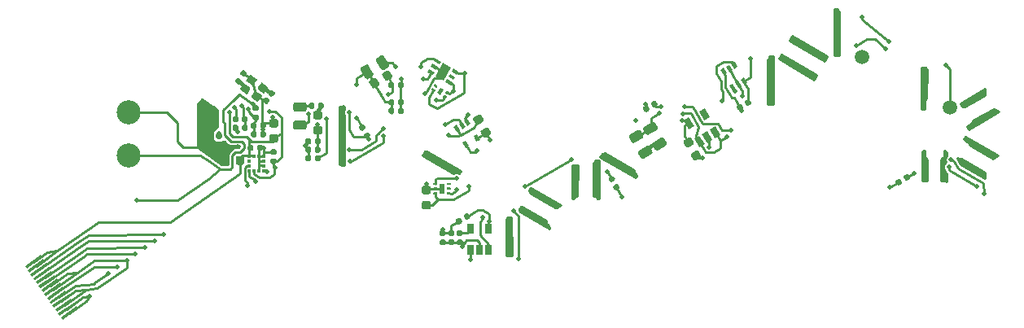
<source format=gbr>
G04 #@! TF.GenerationSoftware,KiCad,Pcbnew,(5.1.10)-1*
G04 #@! TF.CreationDate,2021-06-26T09:27:45-04:00*
G04 #@! TF.ProjectId,Main,4d61696e-2e6b-4696-9361-645f70636258,5*
G04 #@! TF.SameCoordinates,Original*
G04 #@! TF.FileFunction,Copper,L1,Top*
G04 #@! TF.FilePolarity,Positive*
%FSLAX46Y46*%
G04 Gerber Fmt 4.6, Leading zero omitted, Abs format (unit mm)*
G04 Created by KiCad (PCBNEW (5.1.10)-1) date 2021-06-26 09:27:45*
%MOMM*%
%LPD*%
G01*
G04 APERTURE LIST*
G04 #@! TA.AperFunction,SMDPad,CuDef*
%ADD10C,0.100000*%
G04 #@! TD*
G04 #@! TA.AperFunction,SMDPad,CuDef*
%ADD11C,0.500000*%
G04 #@! TD*
G04 #@! TA.AperFunction,SMDPad,CuDef*
%ADD12R,0.600000X1.100000*%
G04 #@! TD*
G04 #@! TA.AperFunction,ComponentPad*
%ADD13C,2.500000*%
G04 #@! TD*
G04 #@! TA.AperFunction,SMDPad,CuDef*
%ADD14R,0.375000X0.350000*%
G04 #@! TD*
G04 #@! TA.AperFunction,SMDPad,CuDef*
%ADD15R,0.350000X0.375000*%
G04 #@! TD*
G04 #@! TA.AperFunction,SMDPad,CuDef*
%ADD16R,0.650000X1.060000*%
G04 #@! TD*
G04 #@! TA.AperFunction,ComponentPad*
%ADD17C,1.500000*%
G04 #@! TD*
G04 #@! TA.AperFunction,ViaPad*
%ADD18C,0.500000*%
G04 #@! TD*
G04 #@! TA.AperFunction,Conductor*
%ADD19C,0.250000*%
G04 #@! TD*
G04 #@! TA.AperFunction,NonConductor*
%ADD20C,0.254000*%
G04 #@! TD*
G04 #@! TA.AperFunction,NonConductor*
%ADD21C,0.100000*%
G04 #@! TD*
G04 #@! TA.AperFunction,Conductor*
%ADD22C,0.100000*%
G04 #@! TD*
G04 #@! TA.AperFunction,Conductor*
%ADD23C,0.254000*%
G04 #@! TD*
G04 APERTURE END LIST*
G04 #@! TA.AperFunction,SMDPad,CuDef*
D10*
G36*
X112037722Y-99589908D02*
G01*
X112031671Y-99582198D01*
X112027240Y-99573454D01*
X112024601Y-99564015D01*
X112023852Y-99554243D01*
X112025026Y-99544511D01*
X112028075Y-99535196D01*
X112032883Y-99526654D01*
X112434386Y-98953247D01*
X112440769Y-98945808D01*
X112448479Y-98939757D01*
X112457223Y-98935326D01*
X112466662Y-98932686D01*
X112476434Y-98931938D01*
X112486166Y-98933111D01*
X112495481Y-98936161D01*
X112504023Y-98940969D01*
X113036472Y-99313793D01*
X113043911Y-99320176D01*
X113049962Y-99327886D01*
X113054393Y-99336630D01*
X113057033Y-99346069D01*
X113093869Y-99554978D01*
X113094617Y-99564750D01*
X113093444Y-99574482D01*
X113090395Y-99583797D01*
X113085587Y-99592339D01*
X112770120Y-100042873D01*
X112763737Y-100050312D01*
X112756027Y-100056363D01*
X112747283Y-100060794D01*
X112737844Y-100063434D01*
X112728072Y-100064182D01*
X112718340Y-100063009D01*
X112709025Y-100059959D01*
X112700483Y-100055151D01*
X112045162Y-99596290D01*
X112037722Y-99589908D01*
G37*
G04 #@! TD.AperFunction*
G04 #@! TA.AperFunction,SMDPad,CuDef*
G36*
X113938341Y-99577884D02*
G01*
X113932290Y-99570174D01*
X113927859Y-99561430D01*
X113925219Y-99551991D01*
X113888383Y-99343082D01*
X113887635Y-99333310D01*
X113888808Y-99323578D01*
X113891857Y-99314263D01*
X113896665Y-99305721D01*
X114212132Y-98855187D01*
X114218515Y-98847748D01*
X114226225Y-98841697D01*
X114234969Y-98837266D01*
X114244408Y-98834626D01*
X114254180Y-98833878D01*
X114263912Y-98835051D01*
X114273227Y-98838101D01*
X114281769Y-98842909D01*
X114937090Y-99301770D01*
X114944530Y-99308152D01*
X114950581Y-99315862D01*
X114955012Y-99324606D01*
X114957651Y-99334045D01*
X114958400Y-99343817D01*
X114957226Y-99353549D01*
X114954177Y-99362864D01*
X114949369Y-99371406D01*
X114547866Y-99944813D01*
X114541483Y-99952252D01*
X114533773Y-99958303D01*
X114525029Y-99962734D01*
X114515590Y-99965374D01*
X114505818Y-99966122D01*
X114496086Y-99964949D01*
X114486771Y-99961899D01*
X114478229Y-99957091D01*
X113945780Y-99584267D01*
X113938341Y-99577884D01*
G37*
G04 #@! TD.AperFunction*
G04 #@! TA.AperFunction,SMDPad,CuDef*
G36*
G01*
X113796821Y-98576591D02*
X113406789Y-99133615D01*
G75*
G02*
X113323225Y-99148349I-49149J34415D01*
G01*
X112684287Y-98700959D01*
G75*
G02*
X112669553Y-98617395I34415J49149D01*
G01*
X113059585Y-98060371D01*
G75*
G02*
X113143149Y-98045637I49149J-34415D01*
G01*
X113782087Y-98493027D01*
G75*
G02*
X113796821Y-98576591I-34415J-49149D01*
G01*
G37*
G04 #@! TD.AperFunction*
G04 #@! TA.AperFunction,SMDPad,CuDef*
G36*
G01*
X114312699Y-100280665D02*
X113922667Y-100837689D01*
G75*
G02*
X113839103Y-100852423I-49149J34415D01*
G01*
X113200165Y-100405033D01*
G75*
G02*
X113185431Y-100321469I34415J49149D01*
G01*
X113575463Y-99764445D01*
G75*
G02*
X113659027Y-99749711I49149J-34415D01*
G01*
X114297965Y-100197101D01*
G75*
G02*
X114312699Y-100280665I-34415J-49149D01*
G01*
G37*
G04 #@! TD.AperFunction*
D11*
X114860000Y-108120000D03*
X112850000Y-109560000D03*
G04 #@! TA.AperFunction,SMDPad,CuDef*
D10*
G36*
X132883205Y-100119808D02*
G01*
X132536795Y-99919808D01*
X132836795Y-99400192D01*
X133183205Y-99600192D01*
X132883205Y-100119808D01*
G37*
G04 #@! TD.AperFunction*
G04 #@! TA.AperFunction,SMDPad,CuDef*
G36*
G01*
X132412035Y-99385898D02*
X132195529Y-99260898D01*
G75*
G02*
X132168077Y-99158446I37500J64952D01*
G01*
X132243077Y-99028542D01*
G75*
G02*
X132345529Y-99001090I64952J-37500D01*
G01*
X132562035Y-99126090D01*
G75*
G02*
X132589487Y-99228542I-37500J-64952D01*
G01*
X132514487Y-99358446D01*
G75*
G02*
X132412035Y-99385898I-64952J37500D01*
G01*
G37*
G04 #@! TD.AperFunction*
G04 #@! TA.AperFunction,SMDPad,CuDef*
G36*
G01*
X133624471Y-100085898D02*
X133407965Y-99960898D01*
G75*
G02*
X133380513Y-99858446I37500J64952D01*
G01*
X133455513Y-99728542D01*
G75*
G02*
X133557965Y-99701090I64952J-37500D01*
G01*
X133774471Y-99826090D01*
G75*
G02*
X133801923Y-99928542I-37500J-64952D01*
G01*
X133726923Y-100058446D01*
G75*
G02*
X133624471Y-100085898I-64952J37500D01*
G01*
G37*
G04 #@! TD.AperFunction*
G04 #@! TA.AperFunction,SMDPad,CuDef*
G36*
G01*
X133374471Y-100518910D02*
X133157965Y-100393910D01*
G75*
G02*
X133130513Y-100291458I37500J64952D01*
G01*
X133205513Y-100161554D01*
G75*
G02*
X133307965Y-100134102I64952J-37500D01*
G01*
X133524471Y-100259102D01*
G75*
G02*
X133551923Y-100361554I-37500J-64952D01*
G01*
X133476923Y-100491458D01*
G75*
G02*
X133374471Y-100518910I-64952J37500D01*
G01*
G37*
G04 #@! TD.AperFunction*
G04 #@! TA.AperFunction,SMDPad,CuDef*
G36*
G01*
X132162035Y-99818910D02*
X131945529Y-99693910D01*
G75*
G02*
X131918077Y-99591458I37500J64952D01*
G01*
X131993077Y-99461554D01*
G75*
G02*
X132095529Y-99434102I64952J-37500D01*
G01*
X132312035Y-99559102D01*
G75*
G02*
X132339487Y-99661554I-37500J-64952D01*
G01*
X132264487Y-99791458D01*
G75*
G02*
X132162035Y-99818910I-64952J37500D01*
G01*
G37*
G04 #@! TD.AperFunction*
G04 #@! TA.AperFunction,SMDPad,CuDef*
G36*
X136312212Y-104436266D02*
G01*
X136658622Y-104236266D01*
X136983622Y-104799182D01*
X136637212Y-104999182D01*
X136312212Y-104436266D01*
G37*
G04 #@! TD.AperFunction*
G04 #@! TA.AperFunction,SMDPad,CuDef*
G36*
X135186378Y-105086266D02*
G01*
X135532788Y-104886266D01*
X135857788Y-105449182D01*
X135511378Y-105649182D01*
X135186378Y-105086266D01*
G37*
G04 #@! TD.AperFunction*
G04 #@! TA.AperFunction,SMDPad,CuDef*
G36*
X134799295Y-103115818D02*
G01*
X135145705Y-102915818D01*
X135470705Y-103478734D01*
X135124295Y-103678734D01*
X134799295Y-103115818D01*
G37*
G04 #@! TD.AperFunction*
G04 #@! TA.AperFunction,SMDPad,CuDef*
G36*
X134236378Y-103440818D02*
G01*
X134582788Y-103240818D01*
X134907788Y-103803734D01*
X134561378Y-104003734D01*
X134236378Y-103440818D01*
G37*
G04 #@! TD.AperFunction*
G04 #@! TA.AperFunction,SMDPad,CuDef*
G36*
X135362212Y-102790818D02*
G01*
X135708622Y-102590818D01*
X136033622Y-103153734D01*
X135687212Y-103353734D01*
X135362212Y-102790818D01*
G37*
G04 #@! TD.AperFunction*
D12*
X133050000Y-109890000D03*
G04 #@! TA.AperFunction,SMDPad,CuDef*
G36*
G01*
X132550000Y-110302500D02*
X132550000Y-110477500D01*
G75*
G02*
X132512500Y-110515000I-37500J0D01*
G01*
X132187500Y-110515000D01*
G75*
G02*
X132150000Y-110477500I0J37500D01*
G01*
X132150000Y-110302500D01*
G75*
G02*
X132187500Y-110265000I37500J0D01*
G01*
X132512500Y-110265000D01*
G75*
G02*
X132550000Y-110302500I0J-37500D01*
G01*
G37*
G04 #@! TD.AperFunction*
G04 #@! TA.AperFunction,SMDPad,CuDef*
G36*
G01*
X132550000Y-109802500D02*
X132550000Y-109977500D01*
G75*
G02*
X132512500Y-110015000I-37500J0D01*
G01*
X132187500Y-110015000D01*
G75*
G02*
X132150000Y-109977500I0J37500D01*
G01*
X132150000Y-109802500D01*
G75*
G02*
X132187500Y-109765000I37500J0D01*
G01*
X132512500Y-109765000D01*
G75*
G02*
X132550000Y-109802500I0J-37500D01*
G01*
G37*
G04 #@! TD.AperFunction*
G04 #@! TA.AperFunction,SMDPad,CuDef*
G36*
G01*
X132550000Y-109302500D02*
X132550000Y-109477500D01*
G75*
G02*
X132512500Y-109515000I-37500J0D01*
G01*
X132187500Y-109515000D01*
G75*
G02*
X132150000Y-109477500I0J37500D01*
G01*
X132150000Y-109302500D01*
G75*
G02*
X132187500Y-109265000I37500J0D01*
G01*
X132512500Y-109265000D01*
G75*
G02*
X132550000Y-109302500I0J-37500D01*
G01*
G37*
G04 #@! TD.AperFunction*
G04 #@! TA.AperFunction,SMDPad,CuDef*
G36*
G01*
X133950000Y-109302500D02*
X133950000Y-109477500D01*
G75*
G02*
X133912500Y-109515000I-37500J0D01*
G01*
X133587500Y-109515000D01*
G75*
G02*
X133550000Y-109477500I0J37500D01*
G01*
X133550000Y-109302500D01*
G75*
G02*
X133587500Y-109265000I37500J0D01*
G01*
X133912500Y-109265000D01*
G75*
G02*
X133950000Y-109302500I0J-37500D01*
G01*
G37*
G04 #@! TD.AperFunction*
G04 #@! TA.AperFunction,SMDPad,CuDef*
G36*
G01*
X133950000Y-109802500D02*
X133950000Y-109977500D01*
G75*
G02*
X133912500Y-110015000I-37500J0D01*
G01*
X133587500Y-110015000D01*
G75*
G02*
X133550000Y-109977500I0J37500D01*
G01*
X133550000Y-109802500D01*
G75*
G02*
X133587500Y-109765000I37500J0D01*
G01*
X133912500Y-109765000D01*
G75*
G02*
X133950000Y-109802500I0J-37500D01*
G01*
G37*
G04 #@! TD.AperFunction*
G04 #@! TA.AperFunction,SMDPad,CuDef*
G36*
G01*
X133950000Y-110302500D02*
X133950000Y-110477500D01*
G75*
G02*
X133912500Y-110515000I-37500J0D01*
G01*
X133587500Y-110515000D01*
G75*
G02*
X133550000Y-110477500I0J37500D01*
G01*
X133550000Y-110302500D01*
G75*
G02*
X133587500Y-110265000I37500J0D01*
G01*
X133912500Y-110265000D01*
G75*
G02*
X133950000Y-110302500I0J-37500D01*
G01*
G37*
G04 #@! TD.AperFunction*
D13*
X100430000Y-101900000D03*
X100480000Y-106400000D03*
G04 #@! TA.AperFunction,SMDPad,CuDef*
D10*
G36*
X95197339Y-122366368D02*
G01*
X93559034Y-123513521D01*
X93386961Y-123267776D01*
X95025266Y-122120623D01*
X95197339Y-122366368D01*
G37*
G04 #@! TD.AperFunction*
G04 #@! TA.AperFunction,SMDPad,CuDef*
G36*
X94910551Y-121956793D02*
G01*
X93272246Y-123103946D01*
X93100173Y-122858201D01*
X94738478Y-121711048D01*
X94910551Y-121956793D01*
G37*
G04 #@! TD.AperFunction*
G04 #@! TA.AperFunction,SMDPad,CuDef*
G36*
X94623763Y-121547216D02*
G01*
X92985458Y-122694369D01*
X92813385Y-122448624D01*
X94451690Y-121301471D01*
X94623763Y-121547216D01*
G37*
G04 #@! TD.AperFunction*
G04 #@! TA.AperFunction,SMDPad,CuDef*
G36*
X94336974Y-121137640D02*
G01*
X92698669Y-122284793D01*
X92526596Y-122039048D01*
X94164901Y-120891895D01*
X94336974Y-121137640D01*
G37*
G04 #@! TD.AperFunction*
G04 #@! TA.AperFunction,SMDPad,CuDef*
G36*
X94050186Y-120728063D02*
G01*
X92411881Y-121875216D01*
X92239808Y-121629471D01*
X93878113Y-120482318D01*
X94050186Y-120728063D01*
G37*
G04 #@! TD.AperFunction*
G04 #@! TA.AperFunction,SMDPad,CuDef*
G36*
X93763398Y-120318488D02*
G01*
X92125093Y-121465641D01*
X91953020Y-121219896D01*
X93591325Y-120072743D01*
X93763398Y-120318488D01*
G37*
G04 #@! TD.AperFunction*
G04 #@! TA.AperFunction,SMDPad,CuDef*
G36*
X93476610Y-119908912D02*
G01*
X91838305Y-121056065D01*
X91666232Y-120810320D01*
X93304537Y-119663167D01*
X93476610Y-119908912D01*
G37*
G04 #@! TD.AperFunction*
G04 #@! TA.AperFunction,SMDPad,CuDef*
G36*
X93189821Y-119499336D02*
G01*
X91551516Y-120646489D01*
X91379443Y-120400744D01*
X93017748Y-119253591D01*
X93189821Y-119499336D01*
G37*
G04 #@! TD.AperFunction*
G04 #@! TA.AperFunction,SMDPad,CuDef*
G36*
X92903033Y-119089760D02*
G01*
X91264728Y-120236913D01*
X91092655Y-119991168D01*
X92730960Y-118844015D01*
X92903033Y-119089760D01*
G37*
G04 #@! TD.AperFunction*
G04 #@! TA.AperFunction,SMDPad,CuDef*
G36*
X92616244Y-118680183D02*
G01*
X90977939Y-119827336D01*
X90805866Y-119581591D01*
X92444171Y-118434438D01*
X92616244Y-118680183D01*
G37*
G04 #@! TD.AperFunction*
G04 #@! TA.AperFunction,SMDPad,CuDef*
G36*
X92329457Y-118270608D02*
G01*
X90691152Y-119417761D01*
X90519079Y-119172016D01*
X92157384Y-118024863D01*
X92329457Y-118270608D01*
G37*
G04 #@! TD.AperFunction*
G04 #@! TA.AperFunction,SMDPad,CuDef*
G36*
X92042669Y-117861032D02*
G01*
X90404364Y-119008185D01*
X90232291Y-118762440D01*
X91870596Y-117615287D01*
X92042669Y-117861032D01*
G37*
G04 #@! TD.AperFunction*
G04 #@! TA.AperFunction,SMDPad,CuDef*
G36*
X91755880Y-117451456D02*
G01*
X90117575Y-118598609D01*
X89945502Y-118352864D01*
X91583807Y-117205711D01*
X91755880Y-117451456D01*
G37*
G04 #@! TD.AperFunction*
G04 #@! TA.AperFunction,SMDPad,CuDef*
G36*
X91469092Y-117041880D02*
G01*
X89830787Y-118189033D01*
X89658714Y-117943288D01*
X91297019Y-116796135D01*
X91469092Y-117041880D01*
G37*
G04 #@! TD.AperFunction*
G04 #@! TA.AperFunction,SMDPad,CuDef*
G36*
X159263734Y-103378865D02*
G01*
X158700818Y-103703865D01*
X158170818Y-102785879D01*
X158733734Y-102460879D01*
X159263734Y-103378865D01*
G37*
G04 #@! TD.AperFunction*
G04 #@! TA.AperFunction,SMDPad,CuDef*
G36*
X160909182Y-102428865D02*
G01*
X160346266Y-102753865D01*
X159816266Y-101835879D01*
X160379182Y-101510879D01*
X160909182Y-102428865D01*
G37*
G04 #@! TD.AperFunction*
G04 #@! TA.AperFunction,SMDPad,CuDef*
G36*
X162009182Y-104334121D02*
G01*
X161446266Y-104659121D01*
X160916266Y-103741135D01*
X161479182Y-103416135D01*
X162009182Y-104334121D01*
G37*
G04 #@! TD.AperFunction*
G04 #@! TA.AperFunction,SMDPad,CuDef*
G36*
X161186458Y-104809121D02*
G01*
X160623542Y-105134121D01*
X160093542Y-104216135D01*
X160656458Y-103891135D01*
X161186458Y-104809121D01*
G37*
G04 #@! TD.AperFunction*
G04 #@! TA.AperFunction,SMDPad,CuDef*
G36*
X160363734Y-105284121D02*
G01*
X159800818Y-105609121D01*
X159270818Y-104691135D01*
X159833734Y-104366135D01*
X160363734Y-105284121D01*
G37*
G04 #@! TD.AperFunction*
G04 #@! TA.AperFunction,SMDPad,CuDef*
G36*
G01*
X119830000Y-105122500D02*
X119830000Y-104777500D01*
G75*
G02*
X119977500Y-104630000I147500J0D01*
G01*
X120272500Y-104630000D01*
G75*
G02*
X120420000Y-104777500I0J-147500D01*
G01*
X120420000Y-105122500D01*
G75*
G02*
X120272500Y-105270000I-147500J0D01*
G01*
X119977500Y-105270000D01*
G75*
G02*
X119830000Y-105122500I0J147500D01*
G01*
G37*
G04 #@! TD.AperFunction*
G04 #@! TA.AperFunction,SMDPad,CuDef*
G36*
G01*
X118860000Y-105122500D02*
X118860000Y-104777500D01*
G75*
G02*
X119007500Y-104630000I147500J0D01*
G01*
X119302500Y-104630000D01*
G75*
G02*
X119450000Y-104777500I0J-147500D01*
G01*
X119450000Y-105122500D01*
G75*
G02*
X119302500Y-105270000I-147500J0D01*
G01*
X119007500Y-105270000D01*
G75*
G02*
X118860000Y-105122500I0J147500D01*
G01*
G37*
G04 #@! TD.AperFunction*
G04 #@! TA.AperFunction,SMDPad,CuDef*
G36*
G01*
X120410000Y-106537500D02*
X120410000Y-106882500D01*
G75*
G02*
X120262500Y-107030000I-147500J0D01*
G01*
X119967500Y-107030000D01*
G75*
G02*
X119820000Y-106882500I0J147500D01*
G01*
X119820000Y-106537500D01*
G75*
G02*
X119967500Y-106390000I147500J0D01*
G01*
X120262500Y-106390000D01*
G75*
G02*
X120410000Y-106537500I0J-147500D01*
G01*
G37*
G04 #@! TD.AperFunction*
G04 #@! TA.AperFunction,SMDPad,CuDef*
G36*
G01*
X119440000Y-106537500D02*
X119440000Y-106882500D01*
G75*
G02*
X119292500Y-107030000I-147500J0D01*
G01*
X118997500Y-107030000D01*
G75*
G02*
X118850000Y-106882500I0J147500D01*
G01*
X118850000Y-106537500D01*
G75*
G02*
X118997500Y-106390000I147500J0D01*
G01*
X119292500Y-106390000D01*
G75*
G02*
X119440000Y-106537500I0J-147500D01*
G01*
G37*
G04 #@! TD.AperFunction*
G04 #@! TA.AperFunction,SMDPad,CuDef*
G36*
G01*
X119830000Y-106002500D02*
X119830000Y-105657500D01*
G75*
G02*
X119977500Y-105510000I147500J0D01*
G01*
X120272500Y-105510000D01*
G75*
G02*
X120420000Y-105657500I0J-147500D01*
G01*
X120420000Y-106002500D01*
G75*
G02*
X120272500Y-106150000I-147500J0D01*
G01*
X119977500Y-106150000D01*
G75*
G02*
X119830000Y-106002500I0J147500D01*
G01*
G37*
G04 #@! TD.AperFunction*
G04 #@! TA.AperFunction,SMDPad,CuDef*
G36*
G01*
X118860000Y-106002500D02*
X118860000Y-105657500D01*
G75*
G02*
X119007500Y-105510000I147500J0D01*
G01*
X119302500Y-105510000D01*
G75*
G02*
X119450000Y-105657500I0J-147500D01*
G01*
X119450000Y-106002500D01*
G75*
G02*
X119302500Y-106150000I-147500J0D01*
G01*
X119007500Y-106150000D01*
G75*
G02*
X118860000Y-106002500I0J147500D01*
G01*
G37*
G04 #@! TD.AperFunction*
G04 #@! TA.AperFunction,SMDPad,CuDef*
G36*
G01*
X150412776Y-108736820D02*
X150707224Y-108566820D01*
G75*
G02*
X150898468Y-108618064I70000J-121244D01*
G01*
X151038468Y-108860552D01*
G75*
G02*
X150987224Y-109051796I-121244J-70000D01*
G01*
X150692776Y-109221796D01*
G75*
G02*
X150501532Y-109170552I-70000J121244D01*
G01*
X150361532Y-108928064D01*
G75*
G02*
X150412776Y-108736820I121244J70000D01*
G01*
G37*
G04 #@! TD.AperFunction*
G04 #@! TA.AperFunction,SMDPad,CuDef*
G36*
G01*
X150892776Y-109568204D02*
X151187224Y-109398204D01*
G75*
G02*
X151378468Y-109449448I70000J-121244D01*
G01*
X151518468Y-109691936D01*
G75*
G02*
X151467224Y-109883180I-121244J-70000D01*
G01*
X151172776Y-110053180D01*
G75*
G02*
X150981532Y-110001936I-70000J121244D01*
G01*
X150841532Y-109759448D01*
G75*
G02*
X150892776Y-109568204I121244J70000D01*
G01*
G37*
G04 #@! TD.AperFunction*
G04 #@! TA.AperFunction,SMDPad,CuDef*
G36*
G01*
X155289250Y-100800611D02*
X155461750Y-101099389D01*
G75*
G02*
X155407761Y-101300878I-127739J-73750D01*
G01*
X155152283Y-101448378D01*
G75*
G02*
X154950794Y-101394389I-73750J127739D01*
G01*
X154778294Y-101095611D01*
G75*
G02*
X154832283Y-100894122I127739J73750D01*
G01*
X155087761Y-100746622D01*
G75*
G02*
X155289250Y-100800611I73750J-127739D01*
G01*
G37*
G04 #@! TD.AperFunction*
G04 #@! TA.AperFunction,SMDPad,CuDef*
G36*
G01*
X154449206Y-101285611D02*
X154621706Y-101584389D01*
G75*
G02*
X154567717Y-101785878I-127739J-73750D01*
G01*
X154312239Y-101933378D01*
G75*
G02*
X154110750Y-101879389I-73750J127739D01*
G01*
X153938250Y-101580611D01*
G75*
G02*
X153992239Y-101379122I127739J73750D01*
G01*
X154247717Y-101231622D01*
G75*
G02*
X154449206Y-101285611I73750J-127739D01*
G01*
G37*
G04 #@! TD.AperFunction*
G04 #@! TA.AperFunction,SMDPad,CuDef*
G36*
G01*
X155021126Y-105045937D02*
X155811374Y-104589687D01*
G75*
G02*
X156144343Y-104678906I121875J-211094D01*
G01*
X156388093Y-105101094D01*
G75*
G02*
X156298874Y-105434063I-211094J-121875D01*
G01*
X155508626Y-105890313D01*
G75*
G02*
X155175657Y-105801094I-121875J211094D01*
G01*
X154931907Y-105378906D01*
G75*
G02*
X155021126Y-105045937I211094J121875D01*
G01*
G37*
G04 #@! TD.AperFunction*
G04 #@! TA.AperFunction,SMDPad,CuDef*
G36*
G01*
X154083626Y-103422139D02*
X154873874Y-102965889D01*
G75*
G02*
X155206843Y-103055108I121875J-211094D01*
G01*
X155450593Y-103477296D01*
G75*
G02*
X155361374Y-103810265I-211094J-121875D01*
G01*
X154571126Y-104266515D01*
G75*
G02*
X154238157Y-104177296I-121875J211094D01*
G01*
X153994407Y-103755108D01*
G75*
G02*
X154083626Y-103422139I211094J121875D01*
G01*
G37*
G04 #@! TD.AperFunction*
G04 #@! TA.AperFunction,SMDPad,CuDef*
G36*
G01*
X133837595Y-114210027D02*
X134182595Y-114210027D01*
G75*
G02*
X134330095Y-114357527I0J-147500D01*
G01*
X134330095Y-114652527D01*
G75*
G02*
X134182595Y-114800027I-147500J0D01*
G01*
X133837595Y-114800027D01*
G75*
G02*
X133690095Y-114652527I0J147500D01*
G01*
X133690095Y-114357527D01*
G75*
G02*
X133837595Y-114210027I147500J0D01*
G01*
G37*
G04 #@! TD.AperFunction*
G04 #@! TA.AperFunction,SMDPad,CuDef*
G36*
G01*
X133837595Y-115180027D02*
X134182595Y-115180027D01*
G75*
G02*
X134330095Y-115327527I0J-147500D01*
G01*
X134330095Y-115622527D01*
G75*
G02*
X134182595Y-115770027I-147500J0D01*
G01*
X133837595Y-115770027D01*
G75*
G02*
X133690095Y-115622527I0J147500D01*
G01*
X133690095Y-115327527D01*
G75*
G02*
X133837595Y-115180027I147500J0D01*
G01*
G37*
G04 #@! TD.AperFunction*
G04 #@! TA.AperFunction,SMDPad,CuDef*
G36*
G01*
X134717500Y-115180000D02*
X135062500Y-115180000D01*
G75*
G02*
X135210000Y-115327500I0J-147500D01*
G01*
X135210000Y-115622500D01*
G75*
G02*
X135062500Y-115770000I-147500J0D01*
G01*
X134717500Y-115770000D01*
G75*
G02*
X134570000Y-115622500I0J147500D01*
G01*
X134570000Y-115327500D01*
G75*
G02*
X134717500Y-115180000I147500J0D01*
G01*
G37*
G04 #@! TD.AperFunction*
G04 #@! TA.AperFunction,SMDPad,CuDef*
G36*
G01*
X134717500Y-114210000D02*
X135062500Y-114210000D01*
G75*
G02*
X135210000Y-114357500I0J-147500D01*
G01*
X135210000Y-114652500D01*
G75*
G02*
X135062500Y-114800000I-147500J0D01*
G01*
X134717500Y-114800000D01*
G75*
G02*
X134570000Y-114652500I0J147500D01*
G01*
X134570000Y-114357500D01*
G75*
G02*
X134717500Y-114210000I147500J0D01*
G01*
G37*
G04 #@! TD.AperFunction*
G04 #@! TA.AperFunction,SMDPad,CuDef*
G36*
G01*
X119863750Y-103370000D02*
X120376250Y-103370000D01*
G75*
G02*
X120595000Y-103588750I0J-218750D01*
G01*
X120595000Y-104026250D01*
G75*
G02*
X120376250Y-104245000I-218750J0D01*
G01*
X119863750Y-104245000D01*
G75*
G02*
X119645000Y-104026250I0J218750D01*
G01*
X119645000Y-103588750D01*
G75*
G02*
X119863750Y-103370000I218750J0D01*
G01*
G37*
G04 #@! TD.AperFunction*
G04 #@! TA.AperFunction,SMDPad,CuDef*
G36*
G01*
X119863750Y-101795000D02*
X120376250Y-101795000D01*
G75*
G02*
X120595000Y-102013750I0J-218750D01*
G01*
X120595000Y-102451250D01*
G75*
G02*
X120376250Y-102670000I-218750J0D01*
G01*
X119863750Y-102670000D01*
G75*
G02*
X119645000Y-102451250I0J218750D01*
G01*
X119645000Y-102013750D01*
G75*
G02*
X119863750Y-101795000I218750J0D01*
G01*
G37*
G04 #@! TD.AperFunction*
G04 #@! TA.AperFunction,SMDPad,CuDef*
G36*
G01*
X118716250Y-103755000D02*
X117803750Y-103755000D01*
G75*
G02*
X117560000Y-103511250I0J243750D01*
G01*
X117560000Y-103023750D01*
G75*
G02*
X117803750Y-102780000I243750J0D01*
G01*
X118716250Y-102780000D01*
G75*
G02*
X118960000Y-103023750I0J-243750D01*
G01*
X118960000Y-103511250D01*
G75*
G02*
X118716250Y-103755000I-243750J0D01*
G01*
G37*
G04 #@! TD.AperFunction*
G04 #@! TA.AperFunction,SMDPad,CuDef*
G36*
G01*
X118716250Y-101880000D02*
X117803750Y-101880000D01*
G75*
G02*
X117560000Y-101636250I0J243750D01*
G01*
X117560000Y-101148750D01*
G75*
G02*
X117803750Y-100905000I243750J0D01*
G01*
X118716250Y-100905000D01*
G75*
G02*
X118960000Y-101148750I0J-243750D01*
G01*
X118960000Y-101636250D01*
G75*
G02*
X118716250Y-101880000I-243750J0D01*
G01*
G37*
G04 #@! TD.AperFunction*
G04 #@! TA.AperFunction,SMDPad,CuDef*
G36*
G01*
X120160000Y-101432500D02*
X120160000Y-101087500D01*
G75*
G02*
X120307500Y-100940000I147500J0D01*
G01*
X120602500Y-100940000D01*
G75*
G02*
X120750000Y-101087500I0J-147500D01*
G01*
X120750000Y-101432500D01*
G75*
G02*
X120602500Y-101580000I-147500J0D01*
G01*
X120307500Y-101580000D01*
G75*
G02*
X120160000Y-101432500I0J147500D01*
G01*
G37*
G04 #@! TD.AperFunction*
G04 #@! TA.AperFunction,SMDPad,CuDef*
G36*
G01*
X119190000Y-101432500D02*
X119190000Y-101087500D01*
G75*
G02*
X119337500Y-100940000I147500J0D01*
G01*
X119632500Y-100940000D01*
G75*
G02*
X119780000Y-101087500I0J-147500D01*
G01*
X119780000Y-101432500D01*
G75*
G02*
X119632500Y-101580000I-147500J0D01*
G01*
X119337500Y-101580000D01*
G75*
G02*
X119190000Y-101432500I0J147500D01*
G01*
G37*
G04 #@! TD.AperFunction*
G04 #@! TA.AperFunction,SMDPad,CuDef*
G36*
G01*
X124925611Y-104200794D02*
X125224389Y-104028294D01*
G75*
G02*
X125425878Y-104082283I73750J-127739D01*
G01*
X125573378Y-104337761D01*
G75*
G02*
X125519389Y-104539250I-127739J-73750D01*
G01*
X125220611Y-104711750D01*
G75*
G02*
X125019122Y-104657761I-73750J127739D01*
G01*
X124871622Y-104402283D01*
G75*
G02*
X124925611Y-104200794I127739J73750D01*
G01*
G37*
G04 #@! TD.AperFunction*
G04 #@! TA.AperFunction,SMDPad,CuDef*
G36*
G01*
X124440611Y-103360750D02*
X124739389Y-103188250D01*
G75*
G02*
X124940878Y-103242239I73750J-127739D01*
G01*
X125088378Y-103497717D01*
G75*
G02*
X125034389Y-103699206I-127739J-73750D01*
G01*
X124735611Y-103871706D01*
G75*
G02*
X124534122Y-103817717I-73750J127739D01*
G01*
X124386622Y-103562239D01*
G75*
G02*
X124440611Y-103360750I127739J73750D01*
G01*
G37*
G04 #@! TD.AperFunction*
G04 #@! TA.AperFunction,SMDPad,CuDef*
G36*
G01*
X115302098Y-100290592D02*
X115019491Y-100092708D01*
G75*
G02*
X114983269Y-99887280I84603J120825D01*
G01*
X115152474Y-99645630D01*
G75*
G02*
X115357902Y-99609408I120825J-84603D01*
G01*
X115640509Y-99807292D01*
G75*
G02*
X115676731Y-100012720I-84603J-120825D01*
G01*
X115507526Y-100254370D01*
G75*
G02*
X115302098Y-100290592I-120825J84603D01*
G01*
G37*
G04 #@! TD.AperFunction*
G04 #@! TA.AperFunction,SMDPad,CuDef*
G36*
G01*
X114745728Y-101085170D02*
X114463121Y-100887286D01*
G75*
G02*
X114426899Y-100681858I84603J120825D01*
G01*
X114596104Y-100440208D01*
G75*
G02*
X114801532Y-100403986I120825J-84603D01*
G01*
X115084139Y-100601870D01*
G75*
G02*
X115120361Y-100807298I-84603J-120825D01*
G01*
X114951156Y-101048948D01*
G75*
G02*
X114745728Y-101085170I-120825J84603D01*
G01*
G37*
G04 #@! TD.AperFunction*
G04 #@! TA.AperFunction,SMDPad,CuDef*
G36*
G01*
X111879717Y-98356697D02*
X112162324Y-98554581D01*
G75*
G02*
X112198546Y-98760009I-84603J-120825D01*
G01*
X112029341Y-99001659D01*
G75*
G02*
X111823913Y-99037881I-120825J84603D01*
G01*
X111541306Y-98839997D01*
G75*
G02*
X111505084Y-98634569I84603J120825D01*
G01*
X111674289Y-98392919D01*
G75*
G02*
X111879717Y-98356697I120825J-84603D01*
G01*
G37*
G04 #@! TD.AperFunction*
G04 #@! TA.AperFunction,SMDPad,CuDef*
G36*
G01*
X112436087Y-97562119D02*
X112718694Y-97760003D01*
G75*
G02*
X112754916Y-97965431I-84603J-120825D01*
G01*
X112585711Y-98207081D01*
G75*
G02*
X112380283Y-98243303I-120825J84603D01*
G01*
X112097676Y-98045419D01*
G75*
G02*
X112061454Y-97839991I84603J120825D01*
G01*
X112230659Y-97598341D01*
G75*
G02*
X112436087Y-97562119I120825J-84603D01*
G01*
G37*
G04 #@! TD.AperFunction*
G04 #@! TA.AperFunction,SMDPad,CuDef*
G36*
G01*
X109657500Y-105090000D02*
X110002500Y-105090000D01*
G75*
G02*
X110150000Y-105237500I0J-147500D01*
G01*
X110150000Y-105532500D01*
G75*
G02*
X110002500Y-105680000I-147500J0D01*
G01*
X109657500Y-105680000D01*
G75*
G02*
X109510000Y-105532500I0J147500D01*
G01*
X109510000Y-105237500D01*
G75*
G02*
X109657500Y-105090000I147500J0D01*
G01*
G37*
G04 #@! TD.AperFunction*
G04 #@! TA.AperFunction,SMDPad,CuDef*
G36*
G01*
X109657500Y-104120000D02*
X110002500Y-104120000D01*
G75*
G02*
X110150000Y-104267500I0J-147500D01*
G01*
X110150000Y-104562500D01*
G75*
G02*
X110002500Y-104710000I-147500J0D01*
G01*
X109657500Y-104710000D01*
G75*
G02*
X109510000Y-104562500I0J147500D01*
G01*
X109510000Y-104267500D01*
G75*
G02*
X109657500Y-104120000I147500J0D01*
G01*
G37*
G04 #@! TD.AperFunction*
G04 #@! TA.AperFunction,SMDPad,CuDef*
G36*
G01*
X113440000Y-105467500D02*
X113440000Y-105812500D01*
G75*
G02*
X113292500Y-105960000I-147500J0D01*
G01*
X112997500Y-105960000D01*
G75*
G02*
X112850000Y-105812500I0J147500D01*
G01*
X112850000Y-105467500D01*
G75*
G02*
X112997500Y-105320000I147500J0D01*
G01*
X113292500Y-105320000D01*
G75*
G02*
X113440000Y-105467500I0J-147500D01*
G01*
G37*
G04 #@! TD.AperFunction*
G04 #@! TA.AperFunction,SMDPad,CuDef*
G36*
G01*
X114410000Y-105467500D02*
X114410000Y-105812500D01*
G75*
G02*
X114262500Y-105960000I-147500J0D01*
G01*
X113967500Y-105960000D01*
G75*
G02*
X113820000Y-105812500I0J147500D01*
G01*
X113820000Y-105467500D01*
G75*
G02*
X113967500Y-105320000I147500J0D01*
G01*
X114262500Y-105320000D01*
G75*
G02*
X114410000Y-105467500I0J-147500D01*
G01*
G37*
G04 #@! TD.AperFunction*
G04 #@! TA.AperFunction,SMDPad,CuDef*
G36*
G01*
X115702500Y-106360000D02*
X115357500Y-106360000D01*
G75*
G02*
X115210000Y-106212500I0J147500D01*
G01*
X115210000Y-105917500D01*
G75*
G02*
X115357500Y-105770000I147500J0D01*
G01*
X115702500Y-105770000D01*
G75*
G02*
X115850000Y-105917500I0J-147500D01*
G01*
X115850000Y-106212500D01*
G75*
G02*
X115702500Y-106360000I-147500J0D01*
G01*
G37*
G04 #@! TD.AperFunction*
G04 #@! TA.AperFunction,SMDPad,CuDef*
G36*
G01*
X115702500Y-107330000D02*
X115357500Y-107330000D01*
G75*
G02*
X115210000Y-107182500I0J147500D01*
G01*
X115210000Y-106887500D01*
G75*
G02*
X115357500Y-106740000I147500J0D01*
G01*
X115702500Y-106740000D01*
G75*
G02*
X115850000Y-106887500I0J-147500D01*
G01*
X115850000Y-107182500D01*
G75*
G02*
X115702500Y-107330000I-147500J0D01*
G01*
G37*
G04 #@! TD.AperFunction*
G04 #@! TA.AperFunction,SMDPad,CuDef*
G36*
G01*
X128460000Y-101962500D02*
X128460000Y-101617500D01*
G75*
G02*
X128607500Y-101470000I147500J0D01*
G01*
X128902500Y-101470000D01*
G75*
G02*
X129050000Y-101617500I0J-147500D01*
G01*
X129050000Y-101962500D01*
G75*
G02*
X128902500Y-102110000I-147500J0D01*
G01*
X128607500Y-102110000D01*
G75*
G02*
X128460000Y-101962500I0J147500D01*
G01*
G37*
G04 #@! TD.AperFunction*
G04 #@! TA.AperFunction,SMDPad,CuDef*
G36*
G01*
X127490000Y-101962500D02*
X127490000Y-101617500D01*
G75*
G02*
X127637500Y-101470000I147500J0D01*
G01*
X127932500Y-101470000D01*
G75*
G02*
X128080000Y-101617500I0J-147500D01*
G01*
X128080000Y-101962500D01*
G75*
G02*
X127932500Y-102110000I-147500J0D01*
G01*
X127637500Y-102110000D01*
G75*
G02*
X127490000Y-101962500I0J147500D01*
G01*
G37*
G04 #@! TD.AperFunction*
G04 #@! TA.AperFunction,SMDPad,CuDef*
G36*
G01*
X164199206Y-101115611D02*
X164371706Y-101414389D01*
G75*
G02*
X164317717Y-101615878I-127739J-73750D01*
G01*
X164062239Y-101763378D01*
G75*
G02*
X163860750Y-101709389I-73750J127739D01*
G01*
X163688250Y-101410611D01*
G75*
G02*
X163742239Y-101209122I127739J73750D01*
G01*
X163997717Y-101061622D01*
G75*
G02*
X164199206Y-101115611I73750J-127739D01*
G01*
G37*
G04 #@! TD.AperFunction*
G04 #@! TA.AperFunction,SMDPad,CuDef*
G36*
G01*
X165039250Y-100630611D02*
X165211750Y-100929389D01*
G75*
G02*
X165157761Y-101130878I-127739J-73750D01*
G01*
X164902283Y-101278378D01*
G75*
G02*
X164700794Y-101224389I-73750J127739D01*
G01*
X164528294Y-100925611D01*
G75*
G02*
X164582283Y-100724122I127739J73750D01*
G01*
X164837761Y-100576622D01*
G75*
G02*
X165039250Y-100630611I73750J-127739D01*
G01*
G37*
G04 #@! TD.AperFunction*
G04 #@! TA.AperFunction,SMDPad,CuDef*
G36*
G01*
X114140000Y-104412500D02*
X114140000Y-104067500D01*
G75*
G02*
X114287500Y-103920000I147500J0D01*
G01*
X114582500Y-103920000D01*
G75*
G02*
X114730000Y-104067500I0J-147500D01*
G01*
X114730000Y-104412500D01*
G75*
G02*
X114582500Y-104560000I-147500J0D01*
G01*
X114287500Y-104560000D01*
G75*
G02*
X114140000Y-104412500I0J147500D01*
G01*
G37*
G04 #@! TD.AperFunction*
G04 #@! TA.AperFunction,SMDPad,CuDef*
G36*
G01*
X113170000Y-104412500D02*
X113170000Y-104067500D01*
G75*
G02*
X113317500Y-103920000I147500J0D01*
G01*
X113612500Y-103920000D01*
G75*
G02*
X113760000Y-104067500I0J-147500D01*
G01*
X113760000Y-104412500D01*
G75*
G02*
X113612500Y-104560000I-147500J0D01*
G01*
X113317500Y-104560000D01*
G75*
G02*
X113170000Y-104412500I0J147500D01*
G01*
G37*
G04 #@! TD.AperFunction*
G04 #@! TA.AperFunction,SMDPad,CuDef*
G36*
G01*
X181220794Y-109004389D02*
X181048294Y-108705611D01*
G75*
G02*
X181102283Y-108504122I127739J73750D01*
G01*
X181357761Y-108356622D01*
G75*
G02*
X181559250Y-108410611I73750J-127739D01*
G01*
X181731750Y-108709389D01*
G75*
G02*
X181677761Y-108910878I-127739J-73750D01*
G01*
X181422283Y-109058378D01*
G75*
G02*
X181220794Y-109004389I-73750J127739D01*
G01*
G37*
G04 #@! TD.AperFunction*
G04 #@! TA.AperFunction,SMDPad,CuDef*
G36*
G01*
X180380750Y-109489389D02*
X180208250Y-109190611D01*
G75*
G02*
X180262239Y-108989122I127739J73750D01*
G01*
X180517717Y-108841622D01*
G75*
G02*
X180719206Y-108895611I73750J-127739D01*
G01*
X180891706Y-109194389D01*
G75*
G02*
X180837717Y-109395878I-127739J-73750D01*
G01*
X180582239Y-109543378D01*
G75*
G02*
X180380750Y-109489389I-73750J127739D01*
G01*
G37*
G04 #@! TD.AperFunction*
D14*
X113007500Y-107500000D03*
X113007500Y-107000000D03*
X114532500Y-107000000D03*
X114532500Y-107500000D03*
D15*
X113020000Y-106487500D03*
X113020000Y-108012500D03*
X114520000Y-106487500D03*
X114520000Y-108012500D03*
X114020000Y-106487500D03*
X113520000Y-106487500D03*
X114020000Y-108012500D03*
X113520000Y-108012500D03*
G04 #@! TA.AperFunction,SMDPad,CuDef*
D10*
G36*
X162687788Y-97883734D02*
G01*
X162341378Y-98083734D01*
X162016378Y-97520818D01*
X162362788Y-97320818D01*
X162687788Y-97883734D01*
G37*
G04 #@! TD.AperFunction*
G04 #@! TA.AperFunction,SMDPad,CuDef*
G36*
X163813622Y-97233734D02*
G01*
X163467212Y-97433734D01*
X163142212Y-96870818D01*
X163488622Y-96670818D01*
X163813622Y-97233734D01*
G37*
G04 #@! TD.AperFunction*
G04 #@! TA.AperFunction,SMDPad,CuDef*
G36*
X164200705Y-99204182D02*
G01*
X163854295Y-99404182D01*
X163529295Y-98841266D01*
X163875705Y-98641266D01*
X164200705Y-99204182D01*
G37*
G04 #@! TD.AperFunction*
G04 #@! TA.AperFunction,SMDPad,CuDef*
G36*
X163250705Y-97558734D02*
G01*
X162904295Y-97758734D01*
X162579295Y-97195818D01*
X162925705Y-96995818D01*
X163250705Y-97558734D01*
G37*
G04 #@! TD.AperFunction*
G04 #@! TA.AperFunction,SMDPad,CuDef*
G36*
X164763622Y-98879182D02*
G01*
X164417212Y-99079182D01*
X164092212Y-98516266D01*
X164438622Y-98316266D01*
X164763622Y-98879182D01*
G37*
G04 #@! TD.AperFunction*
G04 #@! TA.AperFunction,SMDPad,CuDef*
G36*
X163637788Y-99529182D02*
G01*
X163291378Y-99729182D01*
X162966378Y-99166266D01*
X163312788Y-98966266D01*
X163637788Y-99529182D01*
G37*
G04 #@! TD.AperFunction*
D16*
X136010000Y-114040000D03*
X137910000Y-114040000D03*
X137910000Y-116240000D03*
X136960000Y-116240000D03*
X136010000Y-116240000D03*
G04 #@! TA.AperFunction,SMDPad,CuDef*
D10*
G36*
X133993013Y-97287180D02*
G01*
X133193013Y-98672820D01*
X132326987Y-98172820D01*
X133126987Y-96787180D01*
X133993013Y-97287180D01*
G37*
G04 #@! TD.AperFunction*
G04 #@! TA.AperFunction,SMDPad,CuDef*
G36*
X132294631Y-97778863D02*
G01*
X132119631Y-98081971D01*
X131556715Y-97756971D01*
X131731715Y-97453863D01*
X132294631Y-97778863D01*
G37*
G04 #@! TD.AperFunction*
G04 #@! TA.AperFunction,SMDPad,CuDef*
G36*
X132619631Y-97215946D02*
G01*
X132444631Y-97519054D01*
X131881715Y-97194054D01*
X132056715Y-96890946D01*
X132619631Y-97215946D01*
G37*
G04 #@! TD.AperFunction*
G04 #@! TA.AperFunction,SMDPad,CuDef*
G36*
X132944631Y-96653029D02*
G01*
X132769631Y-96956137D01*
X132206715Y-96631137D01*
X132381715Y-96328029D01*
X132944631Y-96653029D01*
G37*
G04 #@! TD.AperFunction*
G04 #@! TA.AperFunction,SMDPad,CuDef*
G36*
X134763285Y-97703029D02*
G01*
X134588285Y-98006137D01*
X134025369Y-97681137D01*
X134200369Y-97378029D01*
X134763285Y-97703029D01*
G37*
G04 #@! TD.AperFunction*
G04 #@! TA.AperFunction,SMDPad,CuDef*
G36*
X134438285Y-98265946D02*
G01*
X134263285Y-98569054D01*
X133700369Y-98244054D01*
X133875369Y-97940946D01*
X134438285Y-98265946D01*
G37*
G04 #@! TD.AperFunction*
G04 #@! TA.AperFunction,SMDPad,CuDef*
G36*
X134113285Y-98828863D02*
G01*
X133938285Y-99131971D01*
X133375369Y-98806971D01*
X133550369Y-98503863D01*
X134113285Y-98828863D01*
G37*
G04 #@! TD.AperFunction*
G04 #@! TA.AperFunction,SMDPad,CuDef*
G36*
G01*
X138044419Y-104302756D02*
X137600581Y-104559006D01*
G75*
G02*
X137301763Y-104478938I-109375J189443D01*
G01*
X137083013Y-104100052D01*
G75*
G02*
X137163081Y-103801234I189443J109375D01*
G01*
X137606919Y-103544984D01*
G75*
G02*
X137905737Y-103625052I109375J-189443D01*
G01*
X138124487Y-104003938D01*
G75*
G02*
X138044419Y-104302756I-189443J-109375D01*
G01*
G37*
G04 #@! TD.AperFunction*
G04 #@! TA.AperFunction,SMDPad,CuDef*
G36*
G01*
X137256919Y-102938766D02*
X136813081Y-103195016D01*
G75*
G02*
X136514263Y-103114948I-109375J189443D01*
G01*
X136295513Y-102736062D01*
G75*
G02*
X136375581Y-102437244I189443J109375D01*
G01*
X136819419Y-102180994D01*
G75*
G02*
X137118237Y-102261062I109375J-189443D01*
G01*
X137336987Y-102639948D01*
G75*
G02*
X137256919Y-102938766I-189443J-109375D01*
G01*
G37*
G04 #@! TD.AperFunction*
G04 #@! TA.AperFunction,SMDPad,CuDef*
G36*
G01*
X115786250Y-105095000D02*
X115273750Y-105095000D01*
G75*
G02*
X115055000Y-104876250I0J218750D01*
G01*
X115055000Y-104438750D01*
G75*
G02*
X115273750Y-104220000I218750J0D01*
G01*
X115786250Y-104220000D01*
G75*
G02*
X116005000Y-104438750I0J-218750D01*
G01*
X116005000Y-104876250D01*
G75*
G02*
X115786250Y-105095000I-218750J0D01*
G01*
G37*
G04 #@! TD.AperFunction*
G04 #@! TA.AperFunction,SMDPad,CuDef*
G36*
G01*
X115786250Y-103520000D02*
X115273750Y-103520000D01*
G75*
G02*
X115055000Y-103301250I0J218750D01*
G01*
X115055000Y-102863750D01*
G75*
G02*
X115273750Y-102645000I218750J0D01*
G01*
X115786250Y-102645000D01*
G75*
G02*
X116005000Y-102863750I0J-218750D01*
G01*
X116005000Y-103301250D01*
G75*
G02*
X115786250Y-103520000I-218750J0D01*
G01*
G37*
G04 #@! TD.AperFunction*
G04 #@! TA.AperFunction,SMDPad,CuDef*
G36*
G01*
X111592500Y-107206250D02*
X111592500Y-106693750D01*
G75*
G02*
X111811250Y-106475000I218750J0D01*
G01*
X112248750Y-106475000D01*
G75*
G02*
X112467500Y-106693750I0J-218750D01*
G01*
X112467500Y-107206250D01*
G75*
G02*
X112248750Y-107425000I-218750J0D01*
G01*
X111811250Y-107425000D01*
G75*
G02*
X111592500Y-107206250I0J218750D01*
G01*
G37*
G04 #@! TD.AperFunction*
G04 #@! TA.AperFunction,SMDPad,CuDef*
G36*
G01*
X110017500Y-107206250D02*
X110017500Y-106693750D01*
G75*
G02*
X110236250Y-106475000I218750J0D01*
G01*
X110673750Y-106475000D01*
G75*
G02*
X110892500Y-106693750I0J-218750D01*
G01*
X110892500Y-107206250D01*
G75*
G02*
X110673750Y-107425000I-218750J0D01*
G01*
X110236250Y-107425000D01*
G75*
G02*
X110017500Y-107206250I0J218750D01*
G01*
G37*
G04 #@! TD.AperFunction*
G04 #@! TA.AperFunction,SMDPad,CuDef*
G36*
G01*
X152613626Y-104262139D02*
X153403874Y-103805889D01*
G75*
G02*
X153736843Y-103895108I121875J-211094D01*
G01*
X153980593Y-104317296D01*
G75*
G02*
X153891374Y-104650265I-211094J-121875D01*
G01*
X153101126Y-105106515D01*
G75*
G02*
X152768157Y-105017296I-121875J211094D01*
G01*
X152524407Y-104595108D01*
G75*
G02*
X152613626Y-104262139I211094J121875D01*
G01*
G37*
G04 #@! TD.AperFunction*
G04 #@! TA.AperFunction,SMDPad,CuDef*
G36*
G01*
X153551126Y-105885937D02*
X154341374Y-105429687D01*
G75*
G02*
X154674343Y-105518906I121875J-211094D01*
G01*
X154918093Y-105941094D01*
G75*
G02*
X154828874Y-106274063I-211094J-121875D01*
G01*
X154038626Y-106730313D01*
G75*
G02*
X153705657Y-106641094I-121875J211094D01*
G01*
X153461907Y-106218906D01*
G75*
G02*
X153551126Y-105885937I211094J121875D01*
G01*
G37*
G04 #@! TD.AperFunction*
G04 #@! TA.AperFunction,SMDPad,CuDef*
G36*
G01*
X159039331Y-106189239D02*
X159483169Y-105932989D01*
G75*
G02*
X159781987Y-106013057I109375J-189443D01*
G01*
X160000737Y-106391943D01*
G75*
G02*
X159920669Y-106690761I-189443J-109375D01*
G01*
X159476831Y-106947011D01*
G75*
G02*
X159178013Y-106866943I-109375J189443D01*
G01*
X158959263Y-106488057D01*
G75*
G02*
X159039331Y-106189239I189443J109375D01*
G01*
G37*
G04 #@! TD.AperFunction*
G04 #@! TA.AperFunction,SMDPad,CuDef*
G36*
G01*
X158251831Y-104825249D02*
X158695669Y-104568999D01*
G75*
G02*
X158994487Y-104649067I109375J-189443D01*
G01*
X159213237Y-105027953D01*
G75*
G02*
X159133169Y-105326771I-189443J-109375D01*
G01*
X158689331Y-105583021D01*
G75*
G02*
X158390513Y-105502953I-109375J189443D01*
G01*
X158171763Y-105124067D01*
G75*
G02*
X158251831Y-104825249I189443J109375D01*
G01*
G37*
G04 #@! TD.AperFunction*
G04 #@! TA.AperFunction,SMDPad,CuDef*
G36*
G01*
X125727244Y-99354419D02*
X125470994Y-98910581D01*
G75*
G02*
X125551062Y-98611763I189443J109375D01*
G01*
X125929948Y-98393013D01*
G75*
G02*
X126228766Y-98473081I109375J-189443D01*
G01*
X126485016Y-98916919D01*
G75*
G02*
X126404948Y-99215737I-189443J-109375D01*
G01*
X126026062Y-99434487D01*
G75*
G02*
X125727244Y-99354419I-109375J189443D01*
G01*
G37*
G04 #@! TD.AperFunction*
G04 #@! TA.AperFunction,SMDPad,CuDef*
G36*
G01*
X127091234Y-98566919D02*
X126834984Y-98123081D01*
G75*
G02*
X126915052Y-97824263I189443J109375D01*
G01*
X127293938Y-97605513D01*
G75*
G02*
X127592756Y-97685581I109375J-189443D01*
G01*
X127849006Y-98129419D01*
G75*
G02*
X127768938Y-98428237I-189443J-109375D01*
G01*
X127390052Y-98646987D01*
G75*
G02*
X127091234Y-98566919I-109375J189443D01*
G01*
G37*
G04 #@! TD.AperFunction*
G04 #@! TA.AperFunction,SMDPad,CuDef*
G36*
G01*
X131666250Y-112045000D02*
X131153750Y-112045000D01*
G75*
G02*
X130935000Y-111826250I0J218750D01*
G01*
X130935000Y-111388750D01*
G75*
G02*
X131153750Y-111170000I218750J0D01*
G01*
X131666250Y-111170000D01*
G75*
G02*
X131885000Y-111388750I0J-218750D01*
G01*
X131885000Y-111826250D01*
G75*
G02*
X131666250Y-112045000I-218750J0D01*
G01*
G37*
G04 #@! TD.AperFunction*
G04 #@! TA.AperFunction,SMDPad,CuDef*
G36*
G01*
X131666250Y-110470000D02*
X131153750Y-110470000D01*
G75*
G02*
X130935000Y-110251250I0J218750D01*
G01*
X130935000Y-109813750D01*
G75*
G02*
X131153750Y-109595000I218750J0D01*
G01*
X131666250Y-109595000D01*
G75*
G02*
X131885000Y-109813750I0J-218750D01*
G01*
X131885000Y-110251250D01*
G75*
G02*
X131666250Y-110470000I-218750J0D01*
G01*
G37*
G04 #@! TD.AperFunction*
G04 #@! TA.AperFunction,SMDPad,CuDef*
G36*
G01*
X125434063Y-97079876D02*
X125890313Y-97870124D01*
G75*
G02*
X125801094Y-98203093I-211094J-121875D01*
G01*
X125378906Y-98446843D01*
G75*
G02*
X125045937Y-98357624I-121875J211094D01*
G01*
X124589687Y-97567376D01*
G75*
G02*
X124678906Y-97234407I211094J121875D01*
G01*
X125101094Y-96990657D01*
G75*
G02*
X125434063Y-97079876I121875J-211094D01*
G01*
G37*
G04 #@! TD.AperFunction*
G04 #@! TA.AperFunction,SMDPad,CuDef*
G36*
G01*
X127057861Y-96142376D02*
X127514111Y-96932624D01*
G75*
G02*
X127424892Y-97265593I-211094J-121875D01*
G01*
X127002704Y-97509343D01*
G75*
G02*
X126669735Y-97420124I-121875J211094D01*
G01*
X126213485Y-96629876D01*
G75*
G02*
X126302704Y-96296907I211094J121875D01*
G01*
X126724892Y-96053157D01*
G75*
G02*
X127057861Y-96142376I121875J-211094D01*
G01*
G37*
G04 #@! TD.AperFunction*
G04 #@! TA.AperFunction,SMDPad,CuDef*
G36*
G01*
X128460000Y-99282500D02*
X128460000Y-98937500D01*
G75*
G02*
X128607500Y-98790000I147500J0D01*
G01*
X128902500Y-98790000D01*
G75*
G02*
X129050000Y-98937500I0J-147500D01*
G01*
X129050000Y-99282500D01*
G75*
G02*
X128902500Y-99430000I-147500J0D01*
G01*
X128607500Y-99430000D01*
G75*
G02*
X128460000Y-99282500I0J147500D01*
G01*
G37*
G04 #@! TD.AperFunction*
G04 #@! TA.AperFunction,SMDPad,CuDef*
G36*
G01*
X127490000Y-99282500D02*
X127490000Y-98937500D01*
G75*
G02*
X127637500Y-98790000I147500J0D01*
G01*
X127932500Y-98790000D01*
G75*
G02*
X128080000Y-98937500I0J-147500D01*
G01*
X128080000Y-99282500D01*
G75*
G02*
X127932500Y-99430000I-147500J0D01*
G01*
X127637500Y-99430000D01*
G75*
G02*
X127490000Y-99282500I0J147500D01*
G01*
G37*
G04 #@! TD.AperFunction*
G04 #@! TA.AperFunction,SMDPad,CuDef*
G36*
G01*
X129050000Y-100727500D02*
X129050000Y-101072500D01*
G75*
G02*
X128902500Y-101220000I-147500J0D01*
G01*
X128607500Y-101220000D01*
G75*
G02*
X128460000Y-101072500I0J147500D01*
G01*
X128460000Y-100727500D01*
G75*
G02*
X128607500Y-100580000I147500J0D01*
G01*
X128902500Y-100580000D01*
G75*
G02*
X129050000Y-100727500I0J-147500D01*
G01*
G37*
G04 #@! TD.AperFunction*
G04 #@! TA.AperFunction,SMDPad,CuDef*
G36*
G01*
X128080000Y-100727500D02*
X128080000Y-101072500D01*
G75*
G02*
X127932500Y-101220000I-147500J0D01*
G01*
X127637500Y-101220000D01*
G75*
G02*
X127490000Y-101072500I0J147500D01*
G01*
X127490000Y-100727500D01*
G75*
G02*
X127637500Y-100580000I147500J0D01*
G01*
X127932500Y-100580000D01*
G75*
G02*
X128080000Y-100727500I0J-147500D01*
G01*
G37*
G04 #@! TD.AperFunction*
G04 #@! TA.AperFunction,SMDPad,CuDef*
G36*
G01*
X113507500Y-102180000D02*
X113852500Y-102180000D01*
G75*
G02*
X114000000Y-102327500I0J-147500D01*
G01*
X114000000Y-102622500D01*
G75*
G02*
X113852500Y-102770000I-147500J0D01*
G01*
X113507500Y-102770000D01*
G75*
G02*
X113360000Y-102622500I0J147500D01*
G01*
X113360000Y-102327500D01*
G75*
G02*
X113507500Y-102180000I147500J0D01*
G01*
G37*
G04 #@! TD.AperFunction*
G04 #@! TA.AperFunction,SMDPad,CuDef*
G36*
G01*
X113507500Y-101210000D02*
X113852500Y-101210000D01*
G75*
G02*
X114000000Y-101357500I0J-147500D01*
G01*
X114000000Y-101652500D01*
G75*
G02*
X113852500Y-101800000I-147500J0D01*
G01*
X113507500Y-101800000D01*
G75*
G02*
X113360000Y-101652500I0J147500D01*
G01*
X113360000Y-101357500D01*
G75*
G02*
X113507500Y-101210000I147500J0D01*
G01*
G37*
G04 #@! TD.AperFunction*
G04 #@! TA.AperFunction,SMDPad,CuDef*
G36*
G01*
X113160000Y-103492500D02*
X113160000Y-103147500D01*
G75*
G02*
X113307500Y-103000000I147500J0D01*
G01*
X113602500Y-103000000D01*
G75*
G02*
X113750000Y-103147500I0J-147500D01*
G01*
X113750000Y-103492500D01*
G75*
G02*
X113602500Y-103640000I-147500J0D01*
G01*
X113307500Y-103640000D01*
G75*
G02*
X113160000Y-103492500I0J147500D01*
G01*
G37*
G04 #@! TD.AperFunction*
G04 #@! TA.AperFunction,SMDPad,CuDef*
G36*
G01*
X114130000Y-103492500D02*
X114130000Y-103147500D01*
G75*
G02*
X114277500Y-103000000I147500J0D01*
G01*
X114572500Y-103000000D01*
G75*
G02*
X114720000Y-103147500I0J-147500D01*
G01*
X114720000Y-103492500D01*
G75*
G02*
X114572500Y-103640000I-147500J0D01*
G01*
X114277500Y-103640000D01*
G75*
G02*
X114130000Y-103492500I0J147500D01*
G01*
G37*
G04 #@! TD.AperFunction*
G04 #@! TA.AperFunction,SMDPad,CuDef*
G36*
G01*
X135819250Y-112490611D02*
X135991750Y-112789389D01*
G75*
G02*
X135937761Y-112990878I-127739J-73750D01*
G01*
X135682283Y-113138378D01*
G75*
G02*
X135480794Y-113084389I-73750J127739D01*
G01*
X135308294Y-112785611D01*
G75*
G02*
X135362283Y-112584122I127739J73750D01*
G01*
X135617761Y-112436622D01*
G75*
G02*
X135819250Y-112490611I73750J-127739D01*
G01*
G37*
G04 #@! TD.AperFunction*
G04 #@! TA.AperFunction,SMDPad,CuDef*
G36*
G01*
X134979206Y-112975611D02*
X135151706Y-113274389D01*
G75*
G02*
X135097717Y-113475878I-127739J-73750D01*
G01*
X134842239Y-113623378D01*
G75*
G02*
X134640750Y-113569389I-73750J127739D01*
G01*
X134468250Y-113270611D01*
G75*
G02*
X134522239Y-113069122I127739J73750D01*
G01*
X134777717Y-112921622D01*
G75*
G02*
X134979206Y-112975611I73750J-127739D01*
G01*
G37*
G04 #@! TD.AperFunction*
G04 #@! TA.AperFunction,SMDPad,CuDef*
G36*
G01*
X133292595Y-114800026D02*
X132947595Y-114800026D01*
G75*
G02*
X132800095Y-114652526I0J147500D01*
G01*
X132800095Y-114357526D01*
G75*
G02*
X132947595Y-114210026I147500J0D01*
G01*
X133292595Y-114210026D01*
G75*
G02*
X133440095Y-114357526I0J-147500D01*
G01*
X133440095Y-114652526D01*
G75*
G02*
X133292595Y-114800026I-147500J0D01*
G01*
G37*
G04 #@! TD.AperFunction*
G04 #@! TA.AperFunction,SMDPad,CuDef*
G36*
G01*
X133292595Y-115770026D02*
X132947595Y-115770026D01*
G75*
G02*
X132800095Y-115622526I0J147500D01*
G01*
X132800095Y-115327526D01*
G75*
G02*
X132947595Y-115180026I147500J0D01*
G01*
X133292595Y-115180026D01*
G75*
G02*
X133440095Y-115327526I0J-147500D01*
G01*
X133440095Y-115622526D01*
G75*
G02*
X133292595Y-115770026I-147500J0D01*
G01*
G37*
G04 #@! TD.AperFunction*
G04 #@! TA.AperFunction,SMDPad,CuDef*
G36*
G01*
X112230000Y-103722500D02*
X112230000Y-103377500D01*
G75*
G02*
X112377500Y-103230000I147500J0D01*
G01*
X112672500Y-103230000D01*
G75*
G02*
X112820000Y-103377500I0J-147500D01*
G01*
X112820000Y-103722500D01*
G75*
G02*
X112672500Y-103870000I-147500J0D01*
G01*
X112377500Y-103870000D01*
G75*
G02*
X112230000Y-103722500I0J147500D01*
G01*
G37*
G04 #@! TD.AperFunction*
G04 #@! TA.AperFunction,SMDPad,CuDef*
G36*
G01*
X111260000Y-103722500D02*
X111260000Y-103377500D01*
G75*
G02*
X111407500Y-103230000I147500J0D01*
G01*
X111702500Y-103230000D01*
G75*
G02*
X111850000Y-103377500I0J-147500D01*
G01*
X111850000Y-103722500D01*
G75*
G02*
X111702500Y-103870000I-147500J0D01*
G01*
X111407500Y-103870000D01*
G75*
G02*
X111260000Y-103722500I0J147500D01*
G01*
G37*
G04 #@! TD.AperFunction*
G04 #@! TA.AperFunction,SMDPad,CuDef*
G36*
G01*
X112820000Y-102477500D02*
X112820000Y-102822500D01*
G75*
G02*
X112672500Y-102970000I-147500J0D01*
G01*
X112377500Y-102970000D01*
G75*
G02*
X112230000Y-102822500I0J147500D01*
G01*
X112230000Y-102477500D01*
G75*
G02*
X112377500Y-102330000I147500J0D01*
G01*
X112672500Y-102330000D01*
G75*
G02*
X112820000Y-102477500I0J-147500D01*
G01*
G37*
G04 #@! TD.AperFunction*
G04 #@! TA.AperFunction,SMDPad,CuDef*
G36*
G01*
X111850000Y-102477500D02*
X111850000Y-102822500D01*
G75*
G02*
X111702500Y-102970000I-147500J0D01*
G01*
X111407500Y-102970000D01*
G75*
G02*
X111260000Y-102822500I0J147500D01*
G01*
X111260000Y-102477500D01*
G75*
G02*
X111407500Y-102330000I147500J0D01*
G01*
X111702500Y-102330000D01*
G75*
G02*
X111850000Y-102477500I0J-147500D01*
G01*
G37*
G04 #@! TD.AperFunction*
D17*
X185840000Y-101470000D03*
X176700000Y-96190000D03*
D18*
X120260000Y-101670000D03*
X135140000Y-115880000D03*
X133710000Y-104330000D03*
X114490000Y-105650000D03*
X115400000Y-102480000D03*
X114420000Y-103760000D03*
X111760000Y-103970000D03*
X182150000Y-108270000D03*
X111780000Y-105500000D03*
X110650000Y-107220000D03*
X131450000Y-109400000D03*
X107830000Y-101150000D03*
X107830000Y-102300000D03*
X107830000Y-103750000D03*
X107830000Y-105550000D03*
X109180000Y-106050000D03*
X109330000Y-101550000D03*
X109330000Y-103400000D03*
X120060000Y-103180000D03*
X125420000Y-104700000D03*
X123380000Y-101910000D03*
X154790000Y-105510000D03*
X151763895Y-110757745D03*
X132450000Y-100700000D03*
X127450000Y-100075115D03*
X100240000Y-117350000D03*
X131270000Y-100010000D03*
X163547901Y-99742099D03*
X162200000Y-100780000D03*
X160851884Y-105538903D03*
X160160000Y-106690000D03*
X110940000Y-101940000D03*
X115680000Y-107700000D03*
X115120000Y-101830000D03*
X122830000Y-107360000D03*
X124120000Y-99090000D03*
X122810000Y-101470000D03*
X164280000Y-100260000D03*
X162700000Y-104520000D03*
X158110000Y-102070000D03*
X155670000Y-102050000D03*
X153236842Y-102789173D03*
X134550047Y-109950000D03*
X179596069Y-109743240D03*
X121000000Y-102650000D03*
X188710000Y-109650000D03*
X185760000Y-107600000D03*
X150240628Y-108109372D03*
X124120000Y-102500000D03*
X119200000Y-102120000D03*
X137960000Y-113300000D03*
X179500000Y-94600000D03*
X176750000Y-92056475D03*
X158020000Y-102770000D03*
X114860000Y-108120000D03*
X113670000Y-109100000D03*
X112850000Y-109560000D03*
X133420000Y-103170000D03*
X123500000Y-107020000D03*
X126920000Y-104420000D03*
X114930000Y-99700000D03*
X112230000Y-99000000D03*
X109830000Y-104100000D03*
X128810000Y-98450000D03*
X131130000Y-98460000D03*
X185420000Y-97010000D03*
X165140000Y-96350000D03*
X164220000Y-101750000D03*
X128230000Y-97220000D03*
X130860000Y-97160000D03*
X102120000Y-116030000D03*
X104090000Y-114640000D03*
X103130000Y-115310000D03*
X101150000Y-116700000D03*
X99270000Y-118030000D03*
X98300000Y-118700000D03*
X112190000Y-101270000D03*
X111460000Y-101430000D03*
X134530000Y-108760000D03*
X136690000Y-105940000D03*
X140490000Y-112170000D03*
X141000000Y-117220000D03*
X136030000Y-117270000D03*
X154250000Y-101080000D03*
X141680000Y-109640000D03*
X146500000Y-106840000D03*
X118820000Y-105390000D03*
X126940000Y-103640000D03*
X123420000Y-105810000D03*
X133120000Y-114140000D03*
X112910000Y-101590000D03*
X135730000Y-102190000D03*
X134200000Y-99720000D03*
X189410000Y-110410000D03*
X185973334Y-106856666D03*
X155780000Y-101370000D03*
X176130000Y-95010000D03*
X158240000Y-101350000D03*
X163100000Y-103840000D03*
X179200000Y-95300000D03*
X113430000Y-101100000D03*
X137280000Y-112890000D03*
X135800000Y-109610000D03*
X138040000Y-104850000D03*
X96420391Y-121034876D03*
X101271952Y-111098048D03*
X135407584Y-97852416D03*
D19*
X120460000Y-101210000D02*
X120263701Y-101550000D01*
X120260000Y-101670000D02*
X120122436Y-102183396D01*
X114520000Y-105650000D02*
X114020000Y-105650000D01*
X114020000Y-108012500D02*
X114020000Y-107480000D01*
X114020000Y-107480000D02*
X114532890Y-107480000D01*
X114020000Y-107480000D02*
X114020000Y-107000000D01*
X114020000Y-107000000D02*
X114532500Y-107000000D01*
X114020000Y-107000000D02*
X114020000Y-106487500D01*
X114020000Y-106487500D02*
X114520000Y-106487500D01*
X114020000Y-106487500D02*
X114020000Y-105650000D01*
X115530000Y-106065000D02*
X114530000Y-106065000D01*
X114520000Y-106487500D02*
X114520000Y-105650000D01*
X111760000Y-103970000D02*
X111526321Y-103565256D01*
X114360692Y-103080000D02*
X115400000Y-103080000D01*
X115400000Y-102500000D02*
X115400000Y-103080000D01*
X114370000Y-104280000D02*
X114370000Y-103837705D01*
X111780000Y-105500000D02*
X111480000Y-105500000D01*
X111480000Y-105500000D02*
X110830001Y-106149999D01*
X110830001Y-106149999D02*
X110650000Y-106330000D01*
X110650000Y-107190000D02*
X110650000Y-106330000D01*
X101429602Y-101900000D02*
X100479602Y-100950001D01*
X107830000Y-105550000D02*
X106080000Y-105550000D01*
X106080000Y-105550000D02*
X105530000Y-105000001D01*
X105530000Y-105000001D02*
X105530000Y-103000000D01*
X105530000Y-103000000D02*
X104430000Y-101900000D01*
X104430000Y-101900000D02*
X100430000Y-101900000D01*
X114370000Y-103114737D02*
X114360692Y-103080000D01*
X114313218Y-100626782D02*
X114715928Y-100859286D01*
X114370000Y-103837705D02*
X114370000Y-103114737D01*
X133050000Y-109890000D02*
X132310000Y-109890000D01*
X132310000Y-109890000D02*
X131410000Y-109890000D01*
X136816250Y-102688005D02*
X136327771Y-103534076D01*
X134772154Y-104420000D02*
X133710000Y-104420000D01*
X136960000Y-116240000D02*
X136960000Y-115520000D01*
X136960000Y-115520000D02*
X136650000Y-115210000D01*
X136650000Y-115210000D02*
X135550000Y-115210000D01*
X135381660Y-115501574D02*
X134889648Y-115501574D01*
X135550000Y-115210000D02*
X135381660Y-115501573D01*
X134889648Y-115501574D02*
X134069511Y-115501574D01*
X134069511Y-115501574D02*
X133229402Y-115501574D01*
X134572083Y-103622276D02*
X134972813Y-104316361D01*
X135239806Y-104150000D02*
X134772154Y-104420000D01*
X136327771Y-103534076D02*
X134972813Y-104316361D01*
X120120000Y-103807500D02*
X120120000Y-103297827D01*
X120125000Y-104950000D02*
X120125000Y-105800014D01*
X93431786Y-121588345D02*
X94951793Y-120513334D01*
X94951793Y-120513334D02*
X96033333Y-120377793D01*
X93718574Y-121997922D02*
X96033333Y-120377793D01*
X92284633Y-119950041D02*
X94064205Y-118743960D01*
X94064205Y-118743960D02*
X95120755Y-118615142D01*
X92571421Y-120359617D02*
X95120755Y-118615142D01*
X96033333Y-120377793D02*
X97120000Y-120250000D01*
X97120000Y-120250000D02*
X100240000Y-118080000D01*
X100240000Y-118080000D02*
X100240000Y-117350000D01*
X100240000Y-117350000D02*
X96934215Y-117374215D01*
X95120755Y-118615142D02*
X96934215Y-117374215D01*
X133529986Y-97340742D02*
X132906876Y-98420000D01*
X132906876Y-98420000D02*
X132228867Y-98420000D01*
X132228867Y-98420000D02*
X131411886Y-99835054D01*
X133341218Y-100326506D02*
X133119807Y-100710000D01*
X133119807Y-100710000D02*
X132449925Y-100710000D01*
X132250673Y-97205000D02*
X133159999Y-97730000D01*
X131410000Y-109890000D02*
X131410000Y-109400000D01*
X163302083Y-99347724D02*
X163534439Y-99750177D01*
X163250000Y-96690000D02*
X163557902Y-97223303D01*
X162370422Y-96690000D02*
X163250000Y-96690000D01*
X159480000Y-106680000D02*
X160160073Y-106680000D01*
X154190000Y-106080000D02*
X154799405Y-105470594D01*
X155660000Y-105240000D02*
X154799405Y-105470594D01*
X125274448Y-104460000D02*
X125389948Y-104660052D01*
X123380000Y-103739282D02*
X123796106Y-104460000D01*
X123380000Y-101905313D02*
X123380000Y-103739282D01*
X123796106Y-104460000D02*
X125274448Y-104460000D01*
X113595582Y-99728261D02*
X113749065Y-100301067D01*
X113425371Y-99093024D02*
X113595582Y-99728261D01*
X113320000Y-98540000D02*
X113425371Y-99093024D01*
X112408185Y-97902711D02*
X113320000Y-98540000D01*
X114310000Y-100624923D02*
X114310000Y-103010000D01*
X113810000Y-100270000D02*
X114310000Y-100624923D01*
X120125000Y-104950000D02*
X120125000Y-103779990D01*
X127872868Y-99832570D02*
X127450691Y-100076314D01*
X127872868Y-99045750D02*
X127872868Y-99832570D01*
X127341995Y-98126250D02*
X127872868Y-99045750D01*
X135381660Y-115501573D02*
X135187196Y-115838394D01*
X151763895Y-110757745D02*
X151166061Y-109722265D01*
X154790000Y-105510000D02*
X155560000Y-105070000D01*
X154790000Y-105510000D02*
X154010000Y-105960000D01*
X160851884Y-105538903D02*
X160851884Y-104897904D01*
X160851884Y-104897904D02*
X160635257Y-104522695D01*
X161571346Y-97151346D02*
X161571346Y-97839651D01*
X161571346Y-97151346D02*
X162370421Y-96690000D01*
X161571346Y-97839651D02*
X162080000Y-98720666D01*
X162080000Y-98720666D02*
X162080000Y-99461445D01*
X162080000Y-99461445D02*
X162240000Y-99804567D01*
X162240000Y-99804567D02*
X162240000Y-100780791D01*
X131410000Y-110032500D02*
X131420000Y-109420000D01*
X131410000Y-110032500D02*
X131450000Y-109400000D01*
X120120000Y-103807500D02*
X120130000Y-103190000D01*
X181489615Y-108650000D02*
X182150000Y-108270000D01*
X116330000Y-104150000D02*
X115420075Y-104675346D01*
X125240000Y-97718750D02*
X125240000Y-98353204D01*
X110930000Y-104130000D02*
X110930000Y-101880000D01*
X112749998Y-104500000D02*
X111300000Y-104500000D01*
X111300000Y-104500000D02*
X110930000Y-104130000D01*
X113219998Y-104970000D02*
X112749998Y-104500000D01*
X113010000Y-105620000D02*
X113010000Y-104760001D01*
X115510000Y-104970000D02*
X113219998Y-104970000D01*
X113020000Y-106447500D02*
X112262500Y-106447500D01*
X113010000Y-105567501D02*
X113010000Y-104760001D01*
X112262500Y-106447500D02*
X111720000Y-106990000D01*
X113520000Y-106447500D02*
X113020000Y-106447500D01*
X115530000Y-107035000D02*
X115530000Y-107510001D01*
X115530000Y-107510001D02*
X115720002Y-107700003D01*
X116330000Y-106590000D02*
X116330000Y-104150000D01*
X115530000Y-107035000D02*
X115885000Y-107035000D01*
X115885000Y-107035000D02*
X116330000Y-106590000D01*
X116330000Y-105840000D02*
X116330000Y-104150000D01*
X113020000Y-106487500D02*
X113020000Y-105720000D01*
X115720002Y-107700003D02*
X115679998Y-107700003D01*
X122829029Y-107356379D02*
X122670000Y-106762867D01*
X122670000Y-106762867D02*
X122670000Y-103169987D01*
X125240000Y-97718750D02*
X124160000Y-98342287D01*
X124160000Y-98342287D02*
X124160000Y-99090999D01*
X122670000Y-103169987D02*
X122670000Y-101754641D01*
X122670000Y-101754641D02*
X122858731Y-101427748D01*
X127785000Y-101998384D02*
X127785000Y-100919986D01*
X127785000Y-100919986D02*
X127785000Y-100880000D01*
X127785000Y-100880000D02*
X127111547Y-100880000D01*
X127111547Y-100880000D02*
X125950805Y-98869536D01*
X126668444Y-100112523D02*
X125950805Y-98869536D01*
X112030000Y-106950000D02*
X112030000Y-108283515D01*
X90563903Y-117492585D02*
X92009456Y-116484445D01*
X92009456Y-116484445D02*
X93024575Y-116357784D01*
X93024575Y-116357784D02*
X94874189Y-115062671D01*
X90850692Y-117902161D02*
X93024575Y-116357784D01*
X94874189Y-115062671D02*
X97305856Y-113360000D01*
X97305856Y-113360000D02*
X104780029Y-113360000D01*
X104780029Y-113360000D02*
X112030000Y-108283515D01*
X116329999Y-102459998D02*
X116329999Y-104150000D01*
X115700000Y-101830000D02*
X116329999Y-102459998D01*
X115120000Y-101830000D02*
X115700000Y-101830000D01*
X115570000Y-107850000D02*
X115584907Y-107835092D01*
X115570000Y-108333900D02*
X115570000Y-107850000D01*
X115075718Y-108680000D02*
X115570000Y-108333900D01*
X114070001Y-108680000D02*
X115075718Y-108680000D01*
X113520000Y-108362457D02*
X114070001Y-108680000D01*
X113520000Y-108012500D02*
X113520000Y-108362457D01*
X125978005Y-98913750D02*
X125277194Y-97699910D01*
X162915000Y-97377276D02*
X163393039Y-98205265D01*
X163393039Y-98205265D02*
X163871910Y-99034695D01*
X163871910Y-99034695D02*
X164260000Y-99706888D01*
X164260000Y-99706888D02*
X164260000Y-100271547D01*
X153252500Y-104456202D02*
X154695898Y-103622856D01*
X154695898Y-103622856D02*
X154810000Y-103556980D01*
X159817276Y-104987628D02*
X160153585Y-105570132D01*
X159486199Y-104414185D02*
X159742618Y-103457214D01*
X159742618Y-103457214D02*
X158930162Y-102050000D01*
X155670000Y-102050000D02*
X154810000Y-102546520D01*
X154810000Y-102546520D02*
X154810000Y-103556980D01*
X158930162Y-102050000D02*
X158109601Y-102050000D01*
X159817276Y-104987628D02*
X159486199Y-104414185D01*
X162700000Y-104520000D02*
X162010000Y-104918371D01*
X162010000Y-104918371D02*
X162010000Y-105670000D01*
X162010000Y-104910000D02*
X161489496Y-104008460D01*
X161307320Y-106070000D02*
X162010000Y-105670000D01*
X160442183Y-106070000D02*
X161307320Y-106070000D01*
X159817276Y-104987628D02*
X160442183Y-106070000D01*
X180549978Y-109192500D02*
X179596069Y-109743239D01*
X150700000Y-108894308D02*
X150245262Y-108106679D01*
X133900000Y-110390000D02*
X134060000Y-110390000D01*
X134060000Y-110390000D02*
X134550047Y-110107071D01*
X134550047Y-109950000D02*
X134550047Y-110107071D01*
X124630000Y-103343782D02*
X124137050Y-102489969D01*
X121030000Y-106181724D02*
X121030000Y-102649873D01*
X120115000Y-106710000D02*
X121030000Y-106181724D01*
X185800000Y-107966957D02*
X185760000Y-107600000D01*
X188710000Y-109650000D02*
X185800000Y-107966957D01*
X119485000Y-101260000D02*
X118330000Y-101260000D01*
X118330000Y-101260000D02*
X118295958Y-101387047D01*
X119200000Y-102030000D02*
X119200000Y-102930000D01*
X119200000Y-102930000D02*
X118270702Y-103179004D01*
X137257512Y-112130000D02*
X137960000Y-112535581D01*
X136788845Y-112130000D02*
X137257512Y-112130000D01*
X135650022Y-112787500D02*
X136788845Y-112130000D01*
X137960000Y-112535581D02*
X137960000Y-113300000D01*
X137910000Y-114040000D02*
X137910000Y-113298313D01*
X158803241Y-105267820D02*
X158310000Y-104413499D01*
X158310000Y-104413499D02*
X158310000Y-103280000D01*
X158310000Y-103280000D02*
X158701032Y-103054237D01*
X158701032Y-103054237D02*
X158560022Y-102810000D01*
X158560022Y-102810000D02*
X157950717Y-102810000D01*
X179500000Y-94600000D02*
X176750000Y-92292475D01*
X176750000Y-92292475D02*
X176750000Y-92056475D01*
X134890000Y-114505000D02*
X135635000Y-114505000D01*
X136060000Y-114000000D02*
X136060000Y-114000000D01*
X136060000Y-114000000D02*
X135943382Y-114000000D01*
X136010000Y-114040000D02*
X135635000Y-114505000D01*
X114519932Y-108030000D02*
X114930000Y-108030000D01*
X114860000Y-108120000D02*
X114630000Y-107990000D01*
X114630000Y-107990000D02*
X114500000Y-107990000D01*
X113020000Y-108618453D02*
X113684591Y-109002155D01*
X113020000Y-107972500D02*
X113020000Y-108618453D01*
X112850000Y-109200526D02*
X112850000Y-109511547D01*
X112540000Y-109021548D02*
X112850000Y-109200526D01*
X112540000Y-107680000D02*
X112540000Y-109021548D01*
X113007500Y-107500000D02*
X112720000Y-107500000D01*
X112720000Y-107500000D02*
X112540000Y-107680000D01*
X123490438Y-107073153D02*
X126920000Y-105093096D01*
X126920000Y-105093096D02*
X126920000Y-104405692D01*
X133449900Y-103152737D02*
X134268704Y-102680000D01*
X134268704Y-102680000D02*
X134800000Y-102680000D01*
X134800000Y-102680000D02*
X135146770Y-103280624D01*
X115330000Y-99950000D02*
X114921497Y-99714151D01*
X114756794Y-99600000D02*
X114387436Y-99386751D01*
X112191775Y-98933793D02*
X112540900Y-99538495D01*
X111851815Y-98697289D02*
X112191775Y-98933793D01*
X109680000Y-104450000D02*
X109680000Y-104060000D01*
X128755000Y-100900000D02*
X128755000Y-101750132D01*
X128810000Y-98460000D02*
X128810000Y-99090702D01*
X131925673Y-97767917D02*
X131526099Y-98460000D01*
X131526099Y-98460000D02*
X131130000Y-98460000D01*
X128755000Y-99110000D02*
X128755000Y-100900006D01*
X185840000Y-101470000D02*
X185840000Y-97440000D01*
X185840000Y-97440000D02*
X185420000Y-97020000D01*
X165140000Y-96350000D02*
X165140000Y-98259585D01*
X165140000Y-98259585D02*
X164392884Y-98690932D01*
X164860000Y-99500000D02*
X164392884Y-98690932D01*
X164860000Y-99500000D02*
X164860000Y-100890035D01*
X164014971Y-101564971D02*
X164247320Y-101797320D01*
X164247320Y-101797320D02*
X164027063Y-101415822D01*
X162352083Y-97702276D02*
X162540000Y-98105265D01*
X162540000Y-98105265D02*
X162540000Y-99330102D01*
X164029978Y-101412500D02*
X163468505Y-100440000D01*
X163468505Y-100440000D02*
X163180800Y-100440000D01*
X163180800Y-100440000D02*
X162540001Y-99330102D01*
X127911443Y-96752500D02*
X128146713Y-97160000D01*
X126863798Y-96752500D02*
X127911443Y-96752500D01*
X132575673Y-96642083D02*
X132087091Y-96360000D01*
X132087091Y-96360000D02*
X131540000Y-96360000D01*
X131540000Y-96360000D02*
X130850000Y-96758371D01*
X130850000Y-96758371D02*
X130850000Y-97160000D01*
X91711056Y-119130888D02*
X95533117Y-116487348D01*
X102120000Y-116030000D02*
X96160000Y-116050000D01*
X96160000Y-116050000D02*
X95533117Y-116487348D01*
X91137480Y-118311737D02*
X95143617Y-115477453D01*
X104090000Y-114640000D02*
X96320000Y-114710000D01*
X96320000Y-114710000D02*
X95143617Y-115477453D01*
X91424267Y-118721313D02*
X95321058Y-116014029D01*
X103130000Y-115310000D02*
X96340000Y-115350000D01*
X96340000Y-115350000D02*
X95321058Y-116014029D01*
X91997845Y-119540465D02*
X95698854Y-117004873D01*
X101150000Y-116700000D02*
X96150000Y-116700000D01*
X96150000Y-116700000D02*
X95698854Y-117004873D01*
X99270000Y-118030000D02*
X96871400Y-118021400D01*
X92858209Y-120769193D02*
X96871400Y-118021400D01*
X93144997Y-121178768D02*
X94914188Y-119939968D01*
X94923782Y-119953782D02*
X96857975Y-119784562D01*
X96850000Y-119710000D02*
X98297513Y-118696441D01*
X112380000Y-101460000D02*
X112190000Y-101270000D01*
X112525000Y-103550000D02*
X112525000Y-102661669D01*
X112380000Y-101460000D02*
X112380000Y-102540000D01*
X112380000Y-102540000D02*
X112525000Y-102661669D01*
X111630000Y-101724448D02*
X111630000Y-102610052D01*
X111460000Y-101430000D02*
X111630000Y-101724448D01*
X134504584Y-108760000D02*
X132632679Y-108760000D01*
X132632679Y-108760000D02*
X132350000Y-108923204D01*
X132350000Y-108923204D02*
X132350000Y-109380099D01*
X135522083Y-105267724D02*
X136019917Y-106130000D01*
X136019917Y-106130000D02*
X136590000Y-106130000D01*
X136010000Y-116240000D02*
X136010000Y-117270194D01*
X154279978Y-101582500D02*
X154279978Y-101130000D01*
X141680000Y-109640000D02*
X146507452Y-106852869D01*
X140490000Y-112170000D02*
X141000000Y-112777795D01*
X141000000Y-112777795D02*
X141000000Y-117220000D01*
X119155000Y-104950000D02*
X118878493Y-105428924D01*
X118751600Y-105351600D02*
X119103878Y-105703878D01*
X119103878Y-105703878D02*
X119113877Y-105713877D01*
X119140000Y-105790000D02*
X119140000Y-106630535D01*
X126904615Y-103615383D02*
X126400001Y-104119999D01*
X124110294Y-105810000D02*
X123355165Y-105810000D01*
X126400001Y-104119999D02*
X126200000Y-104320001D01*
X126200000Y-104320001D02*
X126200000Y-104940000D01*
X126200000Y-104940000D02*
X124693114Y-105810000D01*
X124693114Y-105810000D02*
X124110294Y-105810000D01*
X133180000Y-114270899D02*
X133180000Y-114652081D01*
X133180000Y-114652081D02*
X133180000Y-114662081D01*
X133090000Y-114510000D02*
X134010000Y-114510000D01*
X134809978Y-113272500D02*
X134010000Y-113734367D01*
X134010000Y-113734367D02*
X134010000Y-114510000D01*
X113381961Y-102401960D02*
X113680000Y-102481818D01*
X113465000Y-104240000D02*
X113465000Y-103319946D01*
X112942597Y-101962597D02*
X113381961Y-102401960D01*
X112910000Y-101590000D02*
X112942597Y-101962597D01*
X113680000Y-102481818D02*
X113680000Y-102750000D01*
X113680000Y-102750000D02*
X113470000Y-103000267D01*
X113470000Y-103000267D02*
X113470000Y-103310172D01*
X135720000Y-102200000D02*
X135423327Y-102496672D01*
X135697917Y-102972276D02*
X135423327Y-102496672D01*
X133744327Y-98817917D02*
X134200000Y-99080999D01*
X134200000Y-99080999D02*
X134200000Y-99763286D01*
X133782846Y-100004130D02*
X133782846Y-100004130D01*
X133782846Y-100004130D02*
X134200000Y-99763286D01*
X133782846Y-100004130D02*
X133590000Y-99900000D01*
X189410000Y-110410000D02*
X189380000Y-109310000D01*
X189380000Y-109310000D02*
X186690000Y-107760000D01*
X186690000Y-107760000D02*
X186340000Y-107040000D01*
X185920000Y-106830000D02*
X185973334Y-106856666D01*
X186340000Y-107040000D02*
X185973334Y-106856666D01*
X155780000Y-101370000D02*
X155317002Y-101370000D01*
X155317002Y-101370000D02*
X155115915Y-101082817D01*
X179200000Y-95300000D02*
X178067833Y-94350000D01*
X178067833Y-94350000D02*
X177247320Y-94350000D01*
X177247320Y-94350000D02*
X176123486Y-94998846D01*
X161754226Y-103100000D02*
X162175691Y-103830000D01*
X162175691Y-103830000D02*
X163039000Y-103830000D01*
X158240000Y-101350000D02*
X159088453Y-101350000D01*
X160098815Y-103100000D02*
X160408675Y-103100000D01*
X160408675Y-103100000D02*
X161754226Y-103100000D01*
X159088453Y-101350000D02*
X160098815Y-103100000D01*
X111360000Y-100640000D02*
X110310000Y-101690001D01*
X110310000Y-101690001D02*
X110310000Y-102840000D01*
X110310000Y-102840000D02*
X110465322Y-103109025D01*
X107883860Y-106391753D02*
X106129982Y-106391753D01*
X106129982Y-106391753D02*
X100479982Y-106391753D01*
X113488973Y-101141026D02*
X111937974Y-100062024D01*
X111937974Y-100062024D02*
X111360000Y-100640000D01*
X113680000Y-101505000D02*
X113442027Y-101092819D01*
X137236685Y-112965022D02*
X137020000Y-113340333D01*
X137020000Y-114730000D02*
X137020000Y-113340333D01*
X137910000Y-115620000D02*
X137020000Y-114730000D01*
X137910000Y-116240000D02*
X137910000Y-115620000D01*
X135800000Y-109650523D02*
X135800000Y-110030000D01*
X135800000Y-110030000D02*
X134189193Y-110960000D01*
X134189193Y-110960000D02*
X133540000Y-110960000D01*
X137470000Y-103820333D02*
X138040000Y-104807602D01*
X133540000Y-110960000D02*
X132810000Y-110960000D01*
X132810000Y-110960000D02*
X132590000Y-110960000D01*
X132590000Y-110960000D02*
X132350000Y-110720000D01*
X132350000Y-110720000D02*
X132350000Y-110390000D01*
X131410000Y-111607500D02*
X132052500Y-111607500D01*
X132052500Y-111607500D02*
X132647579Y-111012421D01*
X136647917Y-104617724D02*
X137607906Y-104063474D01*
X108840527Y-107057288D02*
X107883862Y-106391753D01*
X94005363Y-122407498D02*
X95740025Y-121147047D01*
X95740025Y-121147047D02*
X96420391Y-121034876D01*
X94292150Y-122817072D02*
X96036512Y-121552750D01*
X96036512Y-121552750D02*
X96420391Y-121034876D01*
X132128782Y-99626506D02*
X131660000Y-100438460D01*
X131660000Y-100438460D02*
X131660000Y-101055773D01*
X131660000Y-101055773D02*
X132496673Y-101538826D01*
X132496673Y-101538826D02*
X135310000Y-99914552D01*
X135310000Y-99914552D02*
X135310000Y-97850104D01*
X134394327Y-97692083D02*
X134754449Y-97900000D01*
X134754449Y-97900000D02*
X135409475Y-97900000D01*
X108710000Y-108890000D02*
X109967456Y-107834869D01*
X105560000Y-111120000D02*
X108710000Y-108890000D01*
X101271952Y-111098048D02*
X105560000Y-111120000D01*
X111580000Y-106050000D02*
X111240000Y-106390001D01*
X109980000Y-107850000D02*
X108840527Y-107057289D01*
X112080001Y-106050000D02*
X111580000Y-106050000D01*
X111240000Y-107650001D02*
X111040001Y-107850000D01*
X111240000Y-106390001D02*
X111240000Y-107650001D01*
X112430000Y-105700000D02*
X112080001Y-106050000D01*
X111040001Y-107850000D02*
X109980000Y-107850000D01*
X112430000Y-105199999D02*
X112430000Y-105700000D01*
X112180000Y-104950000D02*
X112430000Y-105199999D01*
X111080000Y-104950000D02*
X112180000Y-104950000D01*
X110465322Y-104335322D02*
X111080000Y-104949999D01*
X110465322Y-103109025D02*
X110465322Y-104335322D01*
D20*
X174174540Y-91188607D02*
X174200386Y-91273810D01*
X174242357Y-91352333D01*
X174298841Y-91421159D01*
X174363000Y-91473813D01*
X174363000Y-96014161D01*
X174347667Y-96022357D01*
X174322513Y-96043000D01*
X173817000Y-96043000D01*
X173817000Y-91187000D01*
X174174382Y-91187000D01*
X174174540Y-91188607D01*
G04 #@! TA.AperFunction,NonConductor*
D21*
G36*
X174174540Y-91188607D02*
G01*
X174200386Y-91273810D01*
X174242357Y-91352333D01*
X174298841Y-91421159D01*
X174363000Y-91473813D01*
X174363000Y-96014161D01*
X174347667Y-96022357D01*
X174322513Y-96043000D01*
X173817000Y-96043000D01*
X173817000Y-91187000D01*
X174174382Y-91187000D01*
X174174540Y-91188607D01*
G37*
G04 #@! TD.AperFunction*
D20*
X172029718Y-98042484D02*
X171756719Y-98515334D01*
X168079574Y-96392333D01*
X168352574Y-95919483D01*
X172029718Y-98042484D01*
G04 #@! TA.AperFunction,NonConductor*
D21*
G36*
X172029718Y-98042484D02*
G01*
X171756719Y-98515334D01*
X168079574Y-96392333D01*
X168352574Y-95919483D01*
X172029718Y-98042484D01*
G37*
G04 #@! TD.AperFunction*
D20*
X173133565Y-96139449D02*
X172860566Y-96612299D01*
X169183422Y-94489299D01*
X169456421Y-94016449D01*
X173133565Y-96139449D01*
G04 #@! TA.AperFunction,NonConductor*
D21*
G36*
X173133565Y-96139449D02*
G01*
X172860566Y-96612299D01*
X169183422Y-94489299D01*
X169456421Y-94016449D01*
X173133565Y-96139449D01*
G37*
G04 #@! TD.AperFunction*
D20*
X145446537Y-111608263D02*
X145003123Y-111864268D01*
X144995062Y-111862388D01*
X144975227Y-111861739D01*
X144955587Y-111858935D01*
X144930845Y-111860286D01*
X144906073Y-111859475D01*
X144886494Y-111862707D01*
X144866684Y-111863789D01*
X144842683Y-111869940D01*
X144818226Y-111873978D01*
X144816133Y-111874766D01*
X142176532Y-110350791D01*
X142164394Y-110277273D01*
X142133031Y-110193943D01*
X142086013Y-110118333D01*
X142065751Y-110096700D01*
X142101883Y-110034118D01*
X142128185Y-110007816D01*
X142191331Y-109913312D01*
X142216703Y-109852057D01*
X142310701Y-109797787D01*
X145446537Y-111608263D01*
G04 #@! TA.AperFunction,NonConductor*
D21*
G36*
X145446537Y-111608263D02*
G01*
X145003123Y-111864268D01*
X144995062Y-111862388D01*
X144975227Y-111861739D01*
X144955587Y-111858935D01*
X144930845Y-111860286D01*
X144906073Y-111859475D01*
X144886494Y-111862707D01*
X144866684Y-111863789D01*
X144842683Y-111869940D01*
X144818226Y-111873978D01*
X144816133Y-111874766D01*
X142176532Y-110350791D01*
X142164394Y-110277273D01*
X142133031Y-110193943D01*
X142086013Y-110118333D01*
X142065751Y-110096700D01*
X142101883Y-110034118D01*
X142128185Y-110007816D01*
X142191331Y-109913312D01*
X142216703Y-109852057D01*
X142310701Y-109797787D01*
X145446537Y-111608263D01*
G37*
G04 #@! TD.AperFunction*
D19*
X109705000Y-101666898D02*
X109705000Y-103487620D01*
X109647694Y-103499019D01*
X109533952Y-103546132D01*
X109431586Y-103614531D01*
X109407298Y-103638819D01*
X109400872Y-103642254D01*
X109324737Y-103704736D01*
X109262255Y-103780871D01*
X109215826Y-103867733D01*
X109187236Y-103961983D01*
X109180000Y-104035440D01*
X109180000Y-104053939D01*
X109173097Y-104066854D01*
X109143261Y-104165211D01*
X109133186Y-104267500D01*
X109133186Y-104562500D01*
X109143261Y-104664789D01*
X109173097Y-104763146D01*
X109221549Y-104853793D01*
X109286754Y-104933246D01*
X109366207Y-104998451D01*
X109456854Y-105046903D01*
X109555211Y-105076739D01*
X109657500Y-105086814D01*
X110002500Y-105086814D01*
X110104789Y-105076739D01*
X110203146Y-105046903D01*
X110293793Y-104998451D01*
X110322369Y-104975000D01*
X110397894Y-104975000D01*
X110709075Y-105286181D01*
X110724736Y-105305264D01*
X110800871Y-105367746D01*
X110887733Y-105414175D01*
X110981983Y-105442765D01*
X111055440Y-105450000D01*
X111055460Y-105450000D01*
X111080000Y-105452417D01*
X111104540Y-105450000D01*
X111930000Y-105450000D01*
X111930001Y-105492893D01*
X111872894Y-105550000D01*
X111604549Y-105550000D01*
X111579999Y-105547582D01*
X111555449Y-105550000D01*
X111555440Y-105550000D01*
X111481983Y-105557235D01*
X111387733Y-105585825D01*
X111300871Y-105632254D01*
X111224736Y-105694736D01*
X111209079Y-105713814D01*
X110903818Y-106019077D01*
X110884736Y-106034737D01*
X110822254Y-106110872D01*
X110775825Y-106197735D01*
X110753108Y-106272623D01*
X110747235Y-106291985D01*
X110737581Y-106390001D01*
X110740000Y-106414559D01*
X110740001Y-107350000D01*
X110136814Y-107350000D01*
X109146241Y-106660878D01*
X109146229Y-106660867D01*
X108544447Y-106242218D01*
X107655000Y-105586836D01*
X107655000Y-101120579D01*
X108046609Y-100561304D01*
X109705000Y-101666898D01*
G04 #@! TA.AperFunction,Conductor*
D22*
G36*
X109705000Y-101666898D02*
G01*
X109705000Y-103487620D01*
X109647694Y-103499019D01*
X109533952Y-103546132D01*
X109431586Y-103614531D01*
X109407298Y-103638819D01*
X109400872Y-103642254D01*
X109324737Y-103704736D01*
X109262255Y-103780871D01*
X109215826Y-103867733D01*
X109187236Y-103961983D01*
X109180000Y-104035440D01*
X109180000Y-104053939D01*
X109173097Y-104066854D01*
X109143261Y-104165211D01*
X109133186Y-104267500D01*
X109133186Y-104562500D01*
X109143261Y-104664789D01*
X109173097Y-104763146D01*
X109221549Y-104853793D01*
X109286754Y-104933246D01*
X109366207Y-104998451D01*
X109456854Y-105046903D01*
X109555211Y-105076739D01*
X109657500Y-105086814D01*
X110002500Y-105086814D01*
X110104789Y-105076739D01*
X110203146Y-105046903D01*
X110293793Y-104998451D01*
X110322369Y-104975000D01*
X110397894Y-104975000D01*
X110709075Y-105286181D01*
X110724736Y-105305264D01*
X110800871Y-105367746D01*
X110887733Y-105414175D01*
X110981983Y-105442765D01*
X111055440Y-105450000D01*
X111055460Y-105450000D01*
X111080000Y-105452417D01*
X111104540Y-105450000D01*
X111930000Y-105450000D01*
X111930001Y-105492893D01*
X111872894Y-105550000D01*
X111604549Y-105550000D01*
X111579999Y-105547582D01*
X111555449Y-105550000D01*
X111555440Y-105550000D01*
X111481983Y-105557235D01*
X111387733Y-105585825D01*
X111300871Y-105632254D01*
X111224736Y-105694736D01*
X111209079Y-105713814D01*
X110903818Y-106019077D01*
X110884736Y-106034737D01*
X110822254Y-106110872D01*
X110775825Y-106197735D01*
X110753108Y-106272623D01*
X110747235Y-106291985D01*
X110737581Y-106390001D01*
X110740000Y-106414559D01*
X110740001Y-107350000D01*
X110136814Y-107350000D01*
X109146241Y-106660878D01*
X109146229Y-106660867D01*
X108544447Y-106242218D01*
X107655000Y-105586836D01*
X107655000Y-101120579D01*
X108046609Y-100561304D01*
X109705000Y-101666898D01*
G37*
G04 #@! TD.AperFunction*
D20*
X143912820Y-113241147D02*
X143911204Y-113248078D01*
X143908291Y-113337065D01*
X143922794Y-113424912D01*
X143954157Y-113508242D01*
X143981735Y-113552590D01*
X144001175Y-113583851D01*
X144062039Y-113648836D01*
X144094348Y-113671988D01*
X144234630Y-114057410D01*
X141187642Y-112298231D01*
X141067000Y-112154456D01*
X141067000Y-112113170D01*
X141048464Y-112019985D01*
X141171366Y-111807113D01*
X141201105Y-111808086D01*
X141288952Y-111793583D01*
X141346820Y-111771803D01*
X141359546Y-111767014D01*
X143912820Y-113241147D01*
G04 #@! TA.AperFunction,NonConductor*
D21*
G36*
X143912820Y-113241147D02*
G01*
X143911204Y-113248078D01*
X143908291Y-113337065D01*
X143922794Y-113424912D01*
X143954157Y-113508242D01*
X143981735Y-113552590D01*
X144001175Y-113583851D01*
X144062039Y-113648836D01*
X144094348Y-113671988D01*
X144234630Y-114057410D01*
X141187642Y-112298231D01*
X141067000Y-112154456D01*
X141067000Y-112113170D01*
X141048464Y-112019985D01*
X141171366Y-111807113D01*
X141201105Y-111808086D01*
X141288952Y-111793583D01*
X141346820Y-111771803D01*
X141359546Y-111767014D01*
X143912820Y-113241147D01*
G37*
G04 #@! TD.AperFunction*
D20*
X135003565Y-108049449D02*
X134864818Y-108289766D01*
X134803312Y-108248669D01*
X134698305Y-108205174D01*
X134586830Y-108183000D01*
X134473170Y-108183000D01*
X134361695Y-108205174D01*
X134256688Y-108248669D01*
X134256659Y-108248689D01*
X131053422Y-106399299D01*
X131275599Y-106014476D01*
X131345015Y-106003016D01*
X131414041Y-105977037D01*
X135003565Y-108049449D01*
G04 #@! TA.AperFunction,NonConductor*
D21*
G36*
X135003565Y-108049449D02*
G01*
X134864818Y-108289766D01*
X134803312Y-108248669D01*
X134698305Y-108205174D01*
X134586830Y-108183000D01*
X134473170Y-108183000D01*
X134361695Y-108205174D01*
X134256688Y-108248669D01*
X134256659Y-108248689D01*
X131053422Y-106399299D01*
X131275599Y-106014476D01*
X131345015Y-106003016D01*
X131414041Y-105977037D01*
X135003565Y-108049449D01*
G37*
G04 #@! TD.AperFunction*
D20*
X140284748Y-116863000D02*
X139738748Y-116863000D01*
X139727931Y-113066635D01*
X139771159Y-113031159D01*
X139827643Y-112962333D01*
X139869614Y-112883810D01*
X139874713Y-112867000D01*
X140273362Y-112867000D01*
X140284748Y-116863000D01*
G04 #@! TA.AperFunction,NonConductor*
D21*
G36*
X140284748Y-116863000D02*
G01*
X139738748Y-116863000D01*
X139727931Y-113066635D01*
X139771159Y-113031159D01*
X139827643Y-112962333D01*
X139869614Y-112883810D01*
X139874713Y-112867000D01*
X140273362Y-112867000D01*
X140284748Y-116863000D01*
G37*
G04 #@! TD.AperFunction*
D20*
X147135955Y-110640319D02*
X147123278Y-110646063D01*
X147109026Y-110650386D01*
X147082813Y-110664397D01*
X147076066Y-110667454D01*
X147063245Y-110674856D01*
X147030503Y-110692357D01*
X147024738Y-110697088D01*
X146650767Y-110913000D01*
X146589379Y-110913000D01*
X146596732Y-107437000D01*
X147142731Y-107437000D01*
X147135955Y-110640319D01*
G04 #@! TA.AperFunction,NonConductor*
D21*
G36*
X147135955Y-110640319D02*
G01*
X147123278Y-110646063D01*
X147109026Y-110650386D01*
X147082813Y-110664397D01*
X147076066Y-110667454D01*
X147063245Y-110674856D01*
X147030503Y-110692357D01*
X147024738Y-110697088D01*
X146650767Y-110913000D01*
X146589379Y-110913000D01*
X146596732Y-107437000D01*
X147142731Y-107437000D01*
X147135955Y-110640319D01*
G37*
G04 #@! TD.AperFunction*
D20*
X149373000Y-110953000D02*
X149236867Y-110953000D01*
X149152836Y-110832992D01*
X149144645Y-110817667D01*
X149127346Y-110796588D01*
X149124522Y-110792555D01*
X149113308Y-110779483D01*
X149088161Y-110748841D01*
X149084313Y-110745683D01*
X149081078Y-110741912D01*
X149049969Y-110717497D01*
X149019335Y-110692357D01*
X149014944Y-110690010D01*
X149011036Y-110686943D01*
X148975749Y-110669060D01*
X148940812Y-110650386D01*
X148936052Y-110648942D01*
X148931616Y-110646694D01*
X148893493Y-110636032D01*
X148855609Y-110624540D01*
X148850660Y-110624053D01*
X148845870Y-110622713D01*
X148827000Y-110621269D01*
X148827000Y-107170986D01*
X148851159Y-107151159D01*
X148907643Y-107082333D01*
X148949614Y-107003810D01*
X148975460Y-106918607D01*
X148975618Y-106917000D01*
X149373000Y-106917000D01*
X149373000Y-110953000D01*
G04 #@! TA.AperFunction,NonConductor*
D21*
G36*
X149373000Y-110953000D02*
G01*
X149236867Y-110953000D01*
X149152836Y-110832992D01*
X149144645Y-110817667D01*
X149127346Y-110796588D01*
X149124522Y-110792555D01*
X149113308Y-110779483D01*
X149088161Y-110748841D01*
X149084313Y-110745683D01*
X149081078Y-110741912D01*
X149049969Y-110717497D01*
X149019335Y-110692357D01*
X149014944Y-110690010D01*
X149011036Y-110686943D01*
X148975749Y-110669060D01*
X148940812Y-110650386D01*
X148936052Y-110648942D01*
X148931616Y-110646694D01*
X148893493Y-110636032D01*
X148855609Y-110624540D01*
X148850660Y-110624053D01*
X148845870Y-110622713D01*
X148827000Y-110621269D01*
X148827000Y-107170986D01*
X148851159Y-107151159D01*
X148907643Y-107082333D01*
X148949614Y-107003810D01*
X148975460Y-106918607D01*
X148975618Y-106917000D01*
X149373000Y-106917000D01*
X149373000Y-110953000D01*
G37*
G04 #@! TD.AperFunction*
D20*
X153037266Y-107987334D02*
X153036082Y-108023526D01*
X153040873Y-108052542D01*
X153050585Y-108111367D01*
X153081948Y-108194696D01*
X153081950Y-108194699D01*
X153081951Y-108194702D01*
X153099854Y-108223491D01*
X153128965Y-108270306D01*
X153128968Y-108270309D01*
X153128969Y-108270311D01*
X153140161Y-108282260D01*
X153164963Y-108308741D01*
X153262707Y-108577292D01*
X153188807Y-108705292D01*
X149511662Y-106582291D01*
X149685534Y-106281135D01*
X149732091Y-106282659D01*
X149819938Y-106268156D01*
X149903267Y-106236793D01*
X149952363Y-106206263D01*
X153037266Y-107987334D01*
G04 #@! TA.AperFunction,NonConductor*
D21*
G36*
X153037266Y-107987334D02*
G01*
X153036082Y-108023526D01*
X153040873Y-108052542D01*
X153050585Y-108111367D01*
X153081948Y-108194696D01*
X153081950Y-108194699D01*
X153081951Y-108194702D01*
X153099854Y-108223491D01*
X153128965Y-108270306D01*
X153128968Y-108270309D01*
X153128969Y-108270311D01*
X153140161Y-108282260D01*
X153164963Y-108308741D01*
X153262707Y-108577292D01*
X153188807Y-108705292D01*
X149511662Y-106582291D01*
X149685534Y-106281135D01*
X149732091Y-106282659D01*
X149819938Y-106268156D01*
X149903267Y-106236793D01*
X149952363Y-106206263D01*
X153037266Y-107987334D01*
G37*
G04 #@! TD.AperFunction*
D20*
X167473000Y-101113000D02*
X166927000Y-101113000D01*
X166927000Y-96455606D01*
X166981159Y-96411159D01*
X167037643Y-96342333D01*
X167079614Y-96263810D01*
X167105460Y-96178607D01*
X167110543Y-96127000D01*
X167473000Y-96127000D01*
X167473000Y-101113000D01*
G04 #@! TA.AperFunction,NonConductor*
D21*
G36*
X167473000Y-101113000D02*
G01*
X166927000Y-101113000D01*
X166927000Y-96455606D01*
X166981159Y-96411159D01*
X167037643Y-96342333D01*
X167079614Y-96263810D01*
X167105460Y-96178607D01*
X167110543Y-96127000D01*
X167473000Y-96127000D01*
X167473000Y-101113000D01*
G37*
G04 #@! TD.AperFunction*
D20*
X183332357Y-97302333D02*
X183388841Y-97371159D01*
X183457667Y-97427643D01*
X183471797Y-97435195D01*
X183458755Y-100421776D01*
X183457667Y-100422357D01*
X183388841Y-100478841D01*
X183332357Y-100547667D01*
X183290386Y-100626190D01*
X183264540Y-100711393D01*
X183255813Y-100800000D01*
X183258000Y-100822205D01*
X183258000Y-101613000D01*
X182907556Y-101613000D01*
X182926447Y-97287000D01*
X183324161Y-97287000D01*
X183332357Y-97302333D01*
G04 #@! TA.AperFunction,NonConductor*
D21*
G36*
X183332357Y-97302333D02*
G01*
X183388841Y-97371159D01*
X183457667Y-97427643D01*
X183471797Y-97435195D01*
X183458755Y-100421776D01*
X183457667Y-100422357D01*
X183388841Y-100478841D01*
X183332357Y-100547667D01*
X183290386Y-100626190D01*
X183264540Y-100711393D01*
X183255813Y-100800000D01*
X183258000Y-100822205D01*
X183258000Y-101613000D01*
X182907556Y-101613000D01*
X182926447Y-97287000D01*
X183324161Y-97287000D01*
X183332357Y-97302333D01*
G37*
G04 #@! TD.AperFunction*
D20*
X183238001Y-106367785D02*
X183235813Y-106390000D01*
X183244540Y-106478607D01*
X183270386Y-106563810D01*
X183312357Y-106642333D01*
X183368841Y-106711159D01*
X183437667Y-106767643D01*
X183516190Y-106809614D01*
X183543880Y-106818014D01*
X183534185Y-109038000D01*
X183186340Y-109038000D01*
X183178987Y-109036786D01*
X183141901Y-109038000D01*
X183127077Y-109038000D01*
X183119697Y-109038727D01*
X183089999Y-109039699D01*
X183075498Y-109043080D01*
X183060675Y-109044540D01*
X183032229Y-109053169D01*
X183003288Y-109059917D01*
X182989724Y-109066063D01*
X182988064Y-109066567D01*
X183001272Y-106041784D01*
X183200201Y-105926933D01*
X183238000Y-105926933D01*
X183238001Y-106367785D01*
G04 #@! TA.AperFunction,NonConductor*
D21*
G36*
X183238001Y-106367785D02*
G01*
X183235813Y-106390000D01*
X183244540Y-106478607D01*
X183270386Y-106563810D01*
X183312357Y-106642333D01*
X183368841Y-106711159D01*
X183437667Y-106767643D01*
X183516190Y-106809614D01*
X183543880Y-106818014D01*
X183534185Y-109038000D01*
X183186340Y-109038000D01*
X183178987Y-109036786D01*
X183141901Y-109038000D01*
X183127077Y-109038000D01*
X183119697Y-109038727D01*
X183089999Y-109039699D01*
X183075498Y-109043080D01*
X183060675Y-109044540D01*
X183032229Y-109053169D01*
X183003288Y-109059917D01*
X182989724Y-109066063D01*
X182988064Y-109066567D01*
X183001272Y-106041784D01*
X183200201Y-105926933D01*
X183238000Y-105926933D01*
X183238001Y-106367785D01*
G37*
G04 #@! TD.AperFunction*
D20*
X185521472Y-106059488D02*
X185519561Y-106497213D01*
X185462003Y-106583354D01*
X185418508Y-106688361D01*
X185396334Y-106799836D01*
X185396334Y-106913496D01*
X185418508Y-107024971D01*
X185453953Y-107110542D01*
X185392184Y-107151815D01*
X185311815Y-107232184D01*
X185248669Y-107326688D01*
X185205174Y-107431695D01*
X185183000Y-107543170D01*
X185183000Y-107656830D01*
X185205174Y-107768305D01*
X185248669Y-107873312D01*
X185311815Y-107967816D01*
X185348031Y-108004032D01*
X185351992Y-108028137D01*
X185353068Y-108038011D01*
X185355590Y-108050036D01*
X185361200Y-108084175D01*
X185364713Y-108093531D01*
X185366765Y-108103313D01*
X185380334Y-108135132D01*
X185392499Y-108167528D01*
X185397772Y-108176022D01*
X185401692Y-108185214D01*
X185421207Y-108213773D01*
X185439459Y-108243174D01*
X185446287Y-108250475D01*
X185451925Y-108258726D01*
X185476645Y-108282938D01*
X185500275Y-108308205D01*
X185508392Y-108314031D01*
X185511613Y-108317186D01*
X185508198Y-109099224D01*
X185500013Y-109094849D01*
X185487204Y-109087454D01*
X185480463Y-109084400D01*
X185454245Y-109070386D01*
X185439992Y-109066063D01*
X185426429Y-109059917D01*
X185397488Y-109053169D01*
X185369042Y-109044540D01*
X185354219Y-109043080D01*
X185339718Y-109039699D01*
X185310020Y-109038727D01*
X185302640Y-109038000D01*
X185287816Y-109038000D01*
X185250730Y-109036786D01*
X185243377Y-109038000D01*
X184962469Y-109038000D01*
X184972198Y-106810103D01*
X184973810Y-106809614D01*
X185052333Y-106767643D01*
X185121159Y-106711159D01*
X185177643Y-106642333D01*
X185219614Y-106563810D01*
X185245460Y-106478607D01*
X185254187Y-106390000D01*
X185252000Y-106367795D01*
X185252000Y-105903908D01*
X185521472Y-106059488D01*
G04 #@! TA.AperFunction,NonConductor*
D21*
G36*
X185521472Y-106059488D02*
G01*
X185519561Y-106497213D01*
X185462003Y-106583354D01*
X185418508Y-106688361D01*
X185396334Y-106799836D01*
X185396334Y-106913496D01*
X185418508Y-107024971D01*
X185453953Y-107110542D01*
X185392184Y-107151815D01*
X185311815Y-107232184D01*
X185248669Y-107326688D01*
X185205174Y-107431695D01*
X185183000Y-107543170D01*
X185183000Y-107656830D01*
X185205174Y-107768305D01*
X185248669Y-107873312D01*
X185311815Y-107967816D01*
X185348031Y-108004032D01*
X185351992Y-108028137D01*
X185353068Y-108038011D01*
X185355590Y-108050036D01*
X185361200Y-108084175D01*
X185364713Y-108093531D01*
X185366765Y-108103313D01*
X185380334Y-108135132D01*
X185392499Y-108167528D01*
X185397772Y-108176022D01*
X185401692Y-108185214D01*
X185421207Y-108213773D01*
X185439459Y-108243174D01*
X185446287Y-108250475D01*
X185451925Y-108258726D01*
X185476645Y-108282938D01*
X185500275Y-108308205D01*
X185508392Y-108314031D01*
X185511613Y-108317186D01*
X185508198Y-109099224D01*
X185500013Y-109094849D01*
X185487204Y-109087454D01*
X185480463Y-109084400D01*
X185454245Y-109070386D01*
X185439992Y-109066063D01*
X185426429Y-109059917D01*
X185397488Y-109053169D01*
X185369042Y-109044540D01*
X185354219Y-109043080D01*
X185339718Y-109039699D01*
X185310020Y-109038727D01*
X185302640Y-109038000D01*
X185287816Y-109038000D01*
X185250730Y-109036786D01*
X185243377Y-109038000D01*
X184962469Y-109038000D01*
X184972198Y-106810103D01*
X184973810Y-106809614D01*
X185052333Y-106767643D01*
X185121159Y-106711159D01*
X185177643Y-106642333D01*
X185219614Y-106563810D01*
X185245460Y-106478607D01*
X185254187Y-106390000D01*
X185252000Y-106367795D01*
X185252000Y-105903908D01*
X185521472Y-106059488D01*
G37*
G04 #@! TD.AperFunction*
D20*
X186658413Y-106718425D02*
X186678731Y-106727631D01*
X186678736Y-106727634D01*
X186739512Y-106755171D01*
X186826222Y-106775389D01*
X186915211Y-106778302D01*
X187003058Y-106763799D01*
X187025982Y-106755171D01*
X187033565Y-106752317D01*
X189549049Y-108204632D01*
X189548407Y-108224256D01*
X189549621Y-108231610D01*
X189549621Y-108835428D01*
X186999701Y-107363231D01*
X186749727Y-106849000D01*
X186734580Y-106815074D01*
X186717429Y-106790859D01*
X186701894Y-106765558D01*
X186691745Y-106754598D01*
X186683117Y-106742417D01*
X186661570Y-106722012D01*
X186657922Y-106718073D01*
X186658413Y-106718425D01*
G04 #@! TA.AperFunction,NonConductor*
D21*
G36*
X186658413Y-106718425D02*
G01*
X186678731Y-106727631D01*
X186678736Y-106727634D01*
X186739512Y-106755171D01*
X186826222Y-106775389D01*
X186915211Y-106778302D01*
X187003058Y-106763799D01*
X187025982Y-106755171D01*
X187033565Y-106752317D01*
X189549049Y-108204632D01*
X189548407Y-108224256D01*
X189549621Y-108231610D01*
X189549621Y-108835428D01*
X186999701Y-107363231D01*
X186749727Y-106849000D01*
X186734580Y-106815074D01*
X186717429Y-106790859D01*
X186701894Y-106765558D01*
X186691745Y-106754598D01*
X186683117Y-106742417D01*
X186661570Y-106722012D01*
X186657922Y-106718073D01*
X186658413Y-106718425D01*
G37*
G04 #@! TD.AperFunction*
D20*
X190907009Y-106419338D02*
X190440407Y-106688731D01*
X190433422Y-106691360D01*
X190401880Y-106710974D01*
X190389076Y-106718367D01*
X190383060Y-106722678D01*
X190362526Y-106735447D01*
X187895053Y-105310851D01*
X187883237Y-105239284D01*
X187851874Y-105155955D01*
X187804856Y-105080345D01*
X187743991Y-105015360D01*
X187689756Y-104976496D01*
X187689750Y-104976493D01*
X187671619Y-104963500D01*
X187651300Y-104954293D01*
X187339828Y-104774465D01*
X187519371Y-104463485D01*
X190907009Y-106419338D01*
G04 #@! TA.AperFunction,NonConductor*
D21*
G36*
X190907009Y-106419338D02*
G01*
X190440407Y-106688731D01*
X190433422Y-106691360D01*
X190401880Y-106710974D01*
X190389076Y-106718367D01*
X190383060Y-106722678D01*
X190362526Y-106735447D01*
X187895053Y-105310851D01*
X187883237Y-105239284D01*
X187851874Y-105155955D01*
X187804856Y-105080345D01*
X187743991Y-105015360D01*
X187689756Y-104976496D01*
X187689750Y-104976493D01*
X187671619Y-104963500D01*
X187651300Y-104954293D01*
X187339828Y-104774465D01*
X187519371Y-104463485D01*
X190907009Y-106419338D01*
G37*
G04 #@! TD.AperFunction*
D20*
X190411842Y-101562014D02*
X190418826Y-101564643D01*
X190959034Y-101876533D01*
X187836486Y-103679335D01*
X187658555Y-103371151D01*
X187995837Y-103176421D01*
X188016156Y-103167215D01*
X188034287Y-103154222D01*
X188034293Y-103154219D01*
X188088529Y-103115354D01*
X188149394Y-103050370D01*
X188196411Y-102974760D01*
X188227774Y-102891431D01*
X188240270Y-102815742D01*
X190411817Y-101561999D01*
X190411842Y-101562014D01*
G04 #@! TA.AperFunction,NonConductor*
D21*
G36*
X190411842Y-101562014D02*
G01*
X190418826Y-101564643D01*
X190959034Y-101876533D01*
X187836486Y-103679335D01*
X187658555Y-103371151D01*
X187995837Y-103176421D01*
X188016156Y-103167215D01*
X188034287Y-103154222D01*
X188034293Y-103154219D01*
X188088529Y-103115354D01*
X188149394Y-103050370D01*
X188196411Y-102974760D01*
X188227774Y-102891431D01*
X188240270Y-102815742D01*
X190411817Y-101561999D01*
X190411842Y-101562014D01*
G37*
G04 #@! TD.AperFunction*
D20*
X189528001Y-100021692D02*
X189526786Y-100029051D01*
X189528001Y-100066167D01*
X189528001Y-100080961D01*
X189528726Y-100088325D01*
X189529699Y-100118039D01*
X189533082Y-100132547D01*
X189534093Y-100142812D01*
X187394920Y-101377863D01*
X187342531Y-101358145D01*
X187254684Y-101343641D01*
X187165696Y-101346555D01*
X187165610Y-101346575D01*
X186963485Y-100996485D01*
X189528001Y-99515860D01*
X189528001Y-100021692D01*
G04 #@! TA.AperFunction,NonConductor*
D21*
G36*
X189528001Y-100021692D02*
G01*
X189526786Y-100029051D01*
X189528001Y-100066167D01*
X189528001Y-100080961D01*
X189528726Y-100088325D01*
X189529699Y-100118039D01*
X189533082Y-100132547D01*
X189534093Y-100142812D01*
X187394920Y-101377863D01*
X187342531Y-101358145D01*
X187254684Y-101343641D01*
X187165696Y-101346555D01*
X187165610Y-101346575D01*
X186963485Y-100996485D01*
X189528001Y-99515860D01*
X189528001Y-100021692D01*
G37*
G04 #@! TD.AperFunction*
D23*
X122893000Y-101600274D02*
X122868669Y-101636688D01*
X122825174Y-101741695D01*
X122803000Y-101853170D01*
X122803000Y-101966830D01*
X122825174Y-102078305D01*
X122868669Y-102183312D01*
X122893000Y-102219726D01*
X122893000Y-105574517D01*
X122865174Y-105641695D01*
X122843000Y-105753170D01*
X122843000Y-105866830D01*
X122865174Y-105978305D01*
X122893000Y-106045483D01*
X122893000Y-107453000D01*
X122626182Y-107453000D01*
X122408104Y-107327093D01*
X122402333Y-107322357D01*
X122369554Y-107304837D01*
X122356769Y-107297455D01*
X122350039Y-107294405D01*
X122347000Y-107292781D01*
X122347000Y-101317000D01*
X122893000Y-101317000D01*
X122893000Y-101600274D01*
G04 #@! TA.AperFunction,Conductor*
D22*
G36*
X122893000Y-101600274D02*
G01*
X122868669Y-101636688D01*
X122825174Y-101741695D01*
X122803000Y-101853170D01*
X122803000Y-101966830D01*
X122825174Y-102078305D01*
X122868669Y-102183312D01*
X122893000Y-102219726D01*
X122893000Y-105574517D01*
X122865174Y-105641695D01*
X122843000Y-105753170D01*
X122843000Y-105866830D01*
X122865174Y-105978305D01*
X122893000Y-106045483D01*
X122893000Y-107453000D01*
X122626182Y-107453000D01*
X122408104Y-107327093D01*
X122402333Y-107322357D01*
X122369554Y-107304837D01*
X122356769Y-107297455D01*
X122350039Y-107294405D01*
X122347000Y-107292781D01*
X122347000Y-101317000D01*
X122893000Y-101317000D01*
X122893000Y-101600274D01*
G37*
G04 #@! TD.AperFunction*
M02*

</source>
